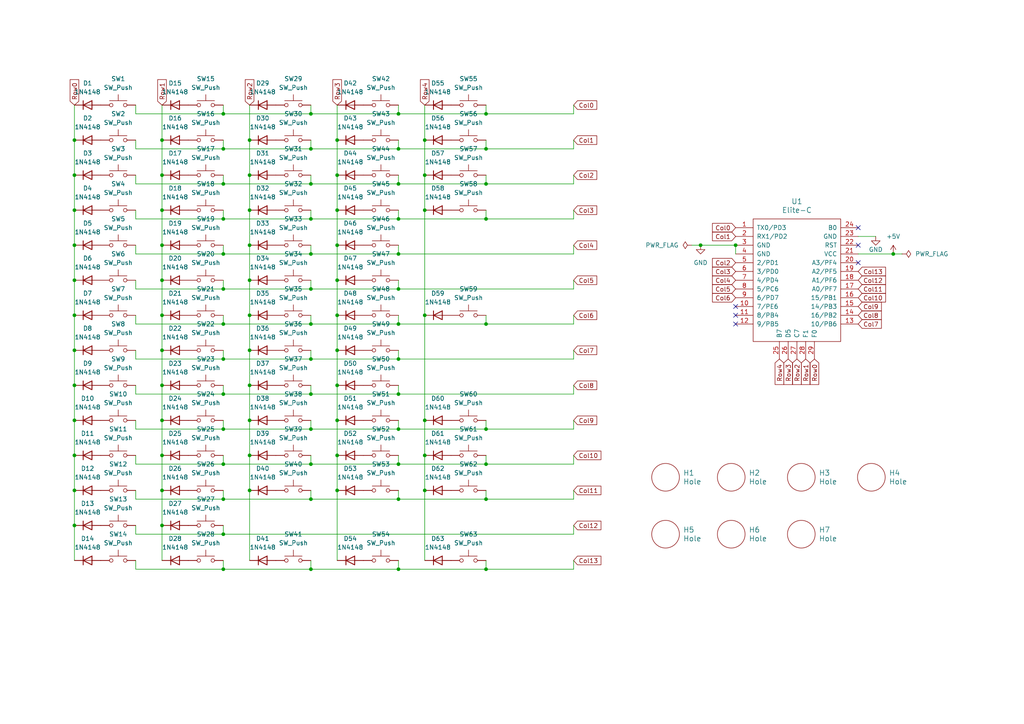
<source format=kicad_sch>
(kicad_sch (version 20231120) (generator "eeschema") (generator_version "8.0")
  (paper "A4")
  (title_block (title "Post-Mechanical 60 Percent ") (date "2025-01-10") (rev "2") (company "Quixotic Keyboards, LLC") (comment 2 "Final for the new tight case and a future minimalist case"))
  (lib_symbols
    (symbol "Diode:1N4148" (pin_numbers hide) (pin_names hide)
      (property "Reference" "D" (at 0 2.54 0))
      (property "Value" "1N4148" (at 0 -2.54 0))
      (symbol "1N4148_1_1"
        (pin passive line (at -3.81 0 0) (length 2.54) (name "K") (number "1"))
        (pin passive line (at 3.81 0 180) (length 2.54) (name "A") (number "2"))
      )
    )
    (symbol "Switch:SW_Push" (pin_numbers hide) (pin_names (offset 1.016) hide)
      (property "Reference" "SW" (at 1.27 2.54 0))
      (property "Value" "SW_Push" (at 0 -1.524 0))
      (symbol "SW_Push_0_1"
        (pin passive line (at -5.08 0 0) (length 2.54) (name "1") (number "1"))
        (pin passive line (at 5.08 0 180) (length 2.54) (name "2") (number "2"))
      )
    )
    (symbol "keebio:Elite-C" (pin_names (offset 1.016))
      (property "Reference" "U" (at 0 0 0))
      (property "Value" "Elite-C" (at 0 2.54 0))
      (symbol "Elite-C_1_1"
        (pin input line (at -17.78 13.97 0) (length 5.08) (name "TX0/PD3") (number "1"))
        (pin input line (at -17.78 -8.89 0) (length 5.08) (name "7/PE6") (number "10"))
        (pin input line (at -17.78 -11.43 0) (length 5.08) (name "8/PB4") (number "11"))
        (pin input line (at -17.78 -13.97 0) (length 5.08) (name "9/PB5") (number "12"))
        (pin input line (at 17.78 -13.97 180) (length 5.08) (name "10/PB6") (number "13"))
        (pin input line (at 17.78 -11.43 180) (length 5.08) (name "16/PB2") (number "14"))
        (pin input line (at 17.78 -8.89 180) (length 5.08) (name "14/PB3") (number "15"))
        (pin input line (at 17.78 -6.35 180) (length 5.08) (name "15/PB1") (number "16"))
        (pin input line (at 17.78 -3.81 180) (length 5.08) (name "A0/PF7") (number "17"))
        (pin input line (at 17.78 -1.27 180) (length 5.08) (name "A1/PF6") (number "18"))
        (pin input line (at 17.78 1.27 180) (length 5.08) (name "A2/PF5") (number "19"))
        (pin input line (at -17.78 11.43 0) (length 5.08) (name "RX1/PD2") (number "2"))
        (pin input line (at 17.78 3.81 180) (length 5.08) (name "A3/PF4") (number "20"))
        (pin input line (at 17.78 6.35 180) (length 5.08) (name "VCC") (number "21"))
        (pin input line (at 17.78 8.89 180) (length 5.08) (name "RST") (number "22"))
        (pin input line (at 17.78 11.43 180) (length 5.08) (name "GND") (number "23"))
        (pin input line (at 17.78 13.97 180) (length 5.08) (name "B0") (number "24"))
        (pin input line (at -5.08 -24.13 90) (length 5.08) (name "B7") (number "25"))
        (pin input line (at -2.54 -24.13 90) (length 5.08) (name "D5") (number "26"))
        (pin input line (at 0 -24.13 90) (length 5.08) (name "C7") (number "27"))
        (pin input line (at 2.54 -24.13 90) (length 5.08) (name "F1") (number "28"))
        (pin input line (at 5.08 -24.13 90) (length 5.08) (name "F0") (number "29"))
        (pin input line (at -17.78 8.89 0) (length 5.08) (name "GND") (number "3"))
        (pin input line (at -17.78 6.35 0) (length 5.08) (name "GND") (number "4"))
        (pin input line (at -17.78 3.81 0) (length 5.08) (name "2/PD1") (number "5"))
        (pin input line (at -17.78 1.27 0) (length 5.08) (name "3/PD0") (number "6"))
        (pin input line (at -17.78 -1.27 0) (length 5.08) (name "4/PD4") (number "7"))
        (pin input line (at -17.78 -3.81 0) (length 5.08) (name "5/PC6") (number "8"))
        (pin input line (at -17.78 -6.35 0) (length 5.08) (name "6/PD7") (number "9"))
      )
    )
    (symbol "keebio:Hole" (pin_names (offset 1.016))
      (property "Reference" "H" (at 0 -1.27 0))
      (property "Value" "Hole" (at 0 1.27 0))
    )
    (symbol "power:+5V" (power) (pin_numbers hide) (pin_names (offset 0) hide)
      (property "Value" "+5V" (at 0 3.556 0))
      (symbol "+5V_1_1"
        (pin power_in line (at 0 0 90) (length 0) (name "~") (number "1"))
      )
    )
    (symbol "power:GND" (power) (pin_numbers hide) (pin_names (offset 0) hide)
      (property "Value" "GND" (at 0 -3.81 0))
      (symbol "GND_1_1"
        (pin power_in line (at 0 0 270) (length 0) (name "~") (number "1"))
      )
    )
    (symbol "power:PWR_FLAG" (power) (pin_numbers hide) (pin_names (offset 0) hide)
      (property "Value" "PWR_FLAG" (at 0 3.81 0))
      (symbol "PWR_FLAG_0_0"
        (pin power_out line (at 0 0 90) (length 0) (name "~") (number "1"))
      )
    )
  )
  (junction (at 259.08 73.66))
  (junction (at 97.79 142.24))
  (junction (at 64.77 154.94))
  (junction (at 123.19 121.92))
  (junction (at 90.17 104.14))
  (junction (at 46.99 40.64))
  (junction (at 90.17 93.98))
  (junction (at 115.57 53.34))
  (junction (at 97.79 111.76))
  (junction (at 90.17 124.46))
  (junction (at 64.77 144.78))
  (junction (at 123.19 60.96))
  (junction (at 46.99 142.24))
  (junction (at 64.77 93.98))
  (junction (at 21.59 121.92))
  (junction (at 140.97 63.5))
  (junction (at 72.39 71.12))
  (junction (at 123.19 91.44))
  (junction (at 46.99 60.96))
  (junction (at 115.57 43.18))
  (junction (at 115.57 144.78))
  (junction (at 46.99 152.4))
  (junction (at 203.2 71.12))
  (junction (at 72.39 132.08))
  (junction (at 72.39 50.8))
  (junction (at 64.77 53.34))
  (junction (at 115.57 83.82))
  (junction (at 21.59 142.24))
  (junction (at 21.59 91.44))
  (junction (at 115.57 33.02))
  (junction (at 72.39 81.28))
  (junction (at 90.17 114.3))
  (junction (at 64.77 134.62))
  (junction (at 97.79 121.92))
  (junction (at 123.19 142.24))
  (junction (at 72.39 101.6))
  (junction (at 64.77 165.1))
  (junction (at 21.59 50.8))
  (junction (at 90.17 33.02))
  (junction (at 72.39 40.64))
  (junction (at 213.36 71.12))
  (junction (at 115.57 124.46))
  (junction (at 64.77 104.14))
  (junction (at 90.17 134.62))
  (junction (at 97.79 101.6))
  (junction (at 46.99 132.08))
  (junction (at 97.79 71.12))
  (junction (at 21.59 81.28))
  (junction (at 21.59 101.6))
  (junction (at 90.17 43.18))
  (junction (at 123.19 40.64))
  (junction (at 97.79 60.96))
  (junction (at 64.77 83.82))
  (junction (at 97.79 132.08))
  (junction (at 72.39 60.96))
  (junction (at 72.39 142.24))
  (junction (at 64.77 73.66))
  (junction (at 46.99 121.92))
  (junction (at 21.59 152.4))
  (junction (at 21.59 60.96))
  (junction (at 64.77 124.46))
  (junction (at 123.19 50.8))
  (junction (at 46.99 91.44))
  (junction (at 140.97 144.78))
  (junction (at 115.57 93.98))
  (junction (at 140.97 43.18))
  (junction (at 115.57 63.5))
  (junction (at 115.57 165.1))
  (junction (at 46.99 81.28))
  (junction (at 140.97 93.98))
  (junction (at 21.59 132.08))
  (junction (at 90.17 63.5))
  (junction (at 46.99 71.12))
  (junction (at 72.39 111.76))
  (junction (at 64.77 114.3))
  (junction (at 115.57 134.62))
  (junction (at 90.17 53.34))
  (junction (at 21.59 111.76))
  (junction (at 90.17 83.82))
  (junction (at 115.57 104.14))
  (junction (at 140.97 134.62))
  (junction (at 140.97 53.34))
  (junction (at 97.79 91.44))
  (junction (at 140.97 165.1))
  (junction (at 64.77 33.02))
  (junction (at 90.17 73.66))
  (junction (at 64.77 43.18))
  (junction (at 46.99 111.76))
  (junction (at 140.97 33.02))
  (junction (at 97.79 81.28))
  (junction (at 46.99 50.8))
  (junction (at 97.79 40.64))
  (junction (at 64.77 63.5))
  (junction (at 21.59 71.12))
  (junction (at 21.59 40.64))
  (junction (at 115.57 73.66))
  (junction (at 46.99 101.6))
  (junction (at 115.57 114.3))
  (junction (at 90.17 165.1))
  (junction (at 72.39 121.92))
  (junction (at 90.17 144.78))
  (junction (at 72.39 91.44))
  (junction (at 123.19 132.08))
  (junction (at 97.79 50.8))
  (junction (at 140.97 124.46))
  (no_connect (at 248.92 71.12))
  (no_connect (at 248.92 76.2))
  (no_connect (at 213.36 88.9))
  (no_connect (at 213.36 93.98))
  (no_connect (at 248.92 66.04))
  (no_connect (at 213.36 91.44))
  (wire (pts (xy 64.77 93.98) (xy 90.17 93.98)))
  (wire (pts (xy 21.59 81.28) (xy 21.59 91.44)))
  (wire (pts (xy 90.17 81.28) (xy 90.17 83.82)))
  (wire (pts (xy 39.37 73.66) (xy 64.77 73.66)))
  (wire (pts (xy 90.17 83.82) (xy 115.57 83.82)))
  (wire (pts (xy 115.57 104.14) (xy 166.37 104.14)))
  (wire (pts (xy 140.97 60.96) (xy 140.97 63.5)))
  (wire (pts (xy 90.17 91.44) (xy 90.17 93.98)))
  (wire (pts (xy 72.39 81.28) (xy 72.39 91.44)))
  (wire (pts (xy 46.99 111.76) (xy 46.99 121.92)))
  (wire (pts (xy 64.77 73.66) (xy 90.17 73.66)))
  (wire (pts (xy 140.97 33.02) (xy 166.37 33.02)))
  (wire (pts (xy 90.17 73.66) (xy 115.57 73.66)))
  (wire (pts (xy 97.79 30.48) (xy 97.79 40.64)))
  (wire (pts (xy 21.59 142.24) (xy 21.59 152.4)))
  (wire (pts (xy 39.37 154.94) (xy 64.77 154.94)))
  (wire (pts (xy 140.97 165.1) (xy 166.37 165.1)))
  (wire (pts (xy 64.77 53.34) (xy 90.17 53.34)))
  (wire (pts (xy 166.37 111.76) (xy 166.37 114.3)))
  (wire (pts (xy 39.37 53.34) (xy 64.77 53.34)))
  (wire (pts (xy 21.59 71.12) (xy 21.59 81.28)))
  (wire (pts (xy 64.77 91.44) (xy 64.77 93.98)))
  (wire (pts (xy 72.39 101.6) (xy 72.39 111.76)))
  (wire (pts (xy 21.59 101.6) (xy 21.59 111.76)))
  (wire (pts (xy 39.37 81.28) (xy 39.37 83.82)))
  (wire (pts (xy 64.77 81.28) (xy 64.77 83.82)))
  (wire (pts (xy 115.57 132.08) (xy 115.57 134.62)))
  (wire (pts (xy 39.37 165.1) (xy 64.77 165.1)))
  (wire (pts (xy 213.36 71.12) (xy 213.36 73.66)))
  (wire (pts (xy 115.57 134.62) (xy 140.97 134.62)))
  (wire (pts (xy 90.17 124.46) (xy 115.57 124.46)))
  (wire (pts (xy 166.37 162.56) (xy 166.37 165.1)))
  (wire (pts (xy 46.99 50.8) (xy 46.99 60.96)))
  (wire (pts (xy 39.37 152.4) (xy 39.37 154.94)))
  (wire (pts (xy 46.99 142.24) (xy 46.99 152.4)))
  (wire (pts (xy 72.39 111.76) (xy 72.39 121.92)))
  (wire (pts (xy 166.37 142.24) (xy 166.37 144.78)))
  (wire (pts (xy 140.97 93.98) (xy 166.37 93.98)))
  (wire (pts (xy 64.77 165.1) (xy 90.17 165.1)))
  (wire (pts (xy 46.99 81.28) (xy 46.99 91.44)))
  (wire (pts (xy 21.59 30.48) (xy 21.59 40.64)))
  (wire (pts (xy 21.59 60.96) (xy 21.59 71.12)))
  (wire (pts (xy 115.57 165.1) (xy 140.97 165.1)))
  (wire (pts (xy 39.37 40.64) (xy 39.37 43.18)))
  (wire (pts (xy 90.17 53.34) (xy 115.57 53.34)))
  (wire (pts (xy 90.17 101.6) (xy 90.17 104.14)))
  (wire (pts (xy 90.17 121.92) (xy 90.17 124.46)))
  (wire (pts (xy 64.77 63.5) (xy 90.17 63.5)))
  (wire (pts (xy 166.37 101.6) (xy 166.37 104.14)))
  (wire (pts (xy 140.97 30.48) (xy 140.97 33.02)))
  (wire (pts (xy 72.39 142.24) (xy 72.39 162.56)))
  (wire (pts (xy 90.17 104.14) (xy 115.57 104.14)))
  (wire (pts (xy 166.37 30.48) (xy 166.37 33.02)))
  (wire (pts (xy 64.77 40.64) (xy 64.77 43.18)))
  (wire (pts (xy 115.57 33.02) (xy 140.97 33.02)))
  (wire (pts (xy 46.99 60.96) (xy 46.99 71.12)))
  (wire (pts (xy 21.59 50.8) (xy 21.59 60.96)))
  (wire (pts (xy 115.57 142.24) (xy 115.57 144.78)))
  (wire (pts (xy 39.37 104.14) (xy 64.77 104.14)))
  (wire (pts (xy 140.97 53.34) (xy 166.37 53.34)))
  (wire (pts (xy 115.57 40.64) (xy 115.57 43.18)))
  (wire (pts (xy 39.37 93.98) (xy 64.77 93.98)))
  (wire (pts (xy 64.77 111.76) (xy 64.77 114.3)))
  (wire (pts (xy 46.99 40.64) (xy 46.99 50.8)))
  (wire (pts (xy 123.19 121.92) (xy 123.19 132.08)))
  (wire (pts (xy 39.37 111.76) (xy 39.37 114.3)))
  (wire (pts (xy 46.99 30.48) (xy 46.99 40.64)))
  (wire (pts (xy 97.79 132.08) (xy 97.79 142.24)))
  (wire (pts (xy 64.77 60.96) (xy 64.77 63.5)))
  (wire (pts (xy 72.39 132.08) (xy 72.39 142.24)))
  (wire (pts (xy 140.97 121.92) (xy 140.97 124.46)))
  (wire (pts (xy 115.57 91.44) (xy 115.57 93.98)))
  (wire (pts (xy 64.77 142.24) (xy 64.77 144.78)))
  (wire (pts (xy 115.57 63.5) (xy 140.97 63.5)))
  (wire (pts (xy 123.19 132.08) (xy 123.19 142.24)))
  (wire (pts (xy 248.92 73.66) (xy 259.08 73.66)))
  (wire (pts (xy 64.77 162.56) (xy 64.77 165.1)))
  (wire (pts (xy 140.97 91.44) (xy 140.97 93.98)))
  (wire (pts (xy 64.77 83.82) (xy 90.17 83.82)))
  (wire (pts (xy 123.19 40.64) (xy 123.19 50.8)))
  (wire (pts (xy 46.99 91.44) (xy 46.99 101.6)))
  (wire (pts (xy 123.19 60.96) (xy 123.19 91.44)))
  (wire (pts (xy 200.66 71.12) (xy 203.2 71.12)))
  (wire (pts (xy 90.17 30.48) (xy 90.17 33.02)))
  (wire (pts (xy 90.17 71.12) (xy 90.17 73.66)))
  (wire (pts (xy 39.37 142.24) (xy 39.37 144.78)))
  (wire (pts (xy 39.37 33.02) (xy 64.77 33.02)))
  (wire (pts (xy 166.37 71.12) (xy 166.37 73.66)))
  (wire (pts (xy 97.79 40.64) (xy 97.79 50.8)))
  (wire (pts (xy 115.57 114.3) (xy 166.37 114.3)))
  (wire (pts (xy 115.57 124.46) (xy 140.97 124.46)))
  (wire (pts (xy 90.17 43.18) (xy 115.57 43.18)))
  (wire (pts (xy 64.77 121.92) (xy 64.77 124.46)))
  (wire (pts (xy 140.97 40.64) (xy 140.97 43.18)))
  (wire (pts (xy 39.37 83.82) (xy 64.77 83.82)))
  (wire (pts (xy 123.19 30.48) (xy 123.19 40.64)))
  (wire (pts (xy 261.62 73.66) (xy 259.08 73.66)))
  (wire (pts (xy 166.37 40.64) (xy 166.37 43.18)))
  (wire (pts (xy 140.97 134.62) (xy 166.37 134.62)))
  (wire (pts (xy 21.59 40.64) (xy 21.59 50.8)))
  (wire (pts (xy 72.39 91.44) (xy 72.39 101.6)))
  (wire (pts (xy 90.17 162.56) (xy 90.17 165.1)))
  (wire (pts (xy 115.57 60.96) (xy 115.57 63.5)))
  (wire (pts (xy 39.37 124.46) (xy 64.77 124.46)))
  (wire (pts (xy 72.39 121.92) (xy 72.39 132.08)))
  (wire (pts (xy 123.19 142.24) (xy 123.19 162.56)))
  (wire (pts (xy 39.37 144.78) (xy 64.77 144.78)))
  (wire (pts (xy 39.37 101.6) (xy 39.37 104.14)))
  (wire (pts (xy 72.39 60.96) (xy 72.39 71.12)))
  (wire (pts (xy 64.77 124.46) (xy 90.17 124.46)))
  (wire (pts (xy 64.77 71.12) (xy 64.77 73.66)))
  (wire (pts (xy 90.17 142.24) (xy 90.17 144.78)))
  (wire (pts (xy 166.37 50.8) (xy 166.37 53.34)))
  (wire (pts (xy 21.59 132.08) (xy 21.59 142.24)))
  (wire (pts (xy 21.59 121.92) (xy 21.59 132.08)))
  (wire (pts (xy 115.57 83.82) (xy 166.37 83.82)))
  (wire (pts (xy 64.77 30.48) (xy 64.77 33.02)))
  (wire (pts (xy 97.79 71.12) (xy 97.79 81.28)))
  (wire (pts (xy 64.77 104.14) (xy 90.17 104.14)))
  (wire (pts (xy 64.77 101.6) (xy 64.77 104.14)))
  (wire (pts (xy 39.37 30.48) (xy 39.37 33.02)))
  (wire (pts (xy 64.77 33.02) (xy 90.17 33.02)))
  (wire (pts (xy 64.77 154.94) (xy 166.37 154.94)))
  (wire (pts (xy 39.37 162.56) (xy 39.37 165.1)))
  (wire (pts (xy 97.79 101.6) (xy 97.79 111.76)))
  (wire (pts (xy 90.17 144.78) (xy 115.57 144.78)))
  (wire (pts (xy 72.39 30.48) (xy 72.39 40.64)))
  (wire (pts (xy 115.57 50.8) (xy 115.57 53.34)))
  (wire (pts (xy 90.17 132.08) (xy 90.17 134.62)))
  (wire (pts (xy 46.99 132.08) (xy 46.99 142.24)))
  (wire (pts (xy 140.97 142.24) (xy 140.97 144.78)))
  (wire (pts (xy 64.77 152.4) (xy 64.77 154.94)))
  (wire (pts (xy 140.97 43.18) (xy 166.37 43.18)))
  (wire (pts (xy 46.99 152.4) (xy 46.99 162.56)))
  (wire (pts (xy 166.37 81.28) (xy 166.37 83.82)))
  (wire (pts (xy 64.77 43.18) (xy 90.17 43.18)))
  (wire (pts (xy 97.79 121.92) (xy 97.79 132.08)))
  (wire (pts (xy 64.77 144.78) (xy 90.17 144.78)))
  (wire (pts (xy 39.37 63.5) (xy 64.77 63.5)))
  (wire (pts (xy 39.37 114.3) (xy 64.77 114.3)))
  (wire (pts (xy 64.77 50.8) (xy 64.77 53.34)))
  (wire (pts (xy 64.77 132.08) (xy 64.77 134.62)))
  (wire (pts (xy 115.57 81.28) (xy 115.57 83.82)))
  (wire (pts (xy 166.37 91.44) (xy 166.37 93.98)))
  (wire (pts (xy 115.57 73.66) (xy 166.37 73.66)))
  (wire (pts (xy 140.97 132.08) (xy 140.97 134.62)))
  (wire (pts (xy 90.17 33.02) (xy 115.57 33.02)))
  (wire (pts (xy 72.39 40.64) (xy 72.39 50.8)))
  (wire (pts (xy 90.17 63.5) (xy 115.57 63.5)))
  (wire (pts (xy 123.19 91.44) (xy 123.19 121.92)))
  (wire (pts (xy 123.19 50.8) (xy 123.19 60.96)))
  (wire (pts (xy 97.79 81.28) (xy 97.79 91.44)))
  (wire (pts (xy 115.57 101.6) (xy 115.57 104.14)))
  (wire (pts (xy 39.37 71.12) (xy 39.37 73.66)))
  (wire (pts (xy 97.79 91.44) (xy 97.79 101.6)))
  (wire (pts (xy 39.37 134.62) (xy 64.77 134.62)))
  (wire (pts (xy 97.79 60.96) (xy 97.79 71.12)))
  (wire (pts (xy 90.17 111.76) (xy 90.17 114.3)))
  (wire (pts (xy 39.37 91.44) (xy 39.37 93.98)))
  (wire (pts (xy 115.57 53.34) (xy 140.97 53.34)))
  (wire (pts (xy 97.79 142.24) (xy 97.79 162.56)))
  (wire (pts (xy 64.77 134.62) (xy 90.17 134.62)))
  (wire (pts (xy 90.17 60.96) (xy 90.17 63.5)))
  (wire (pts (xy 115.57 111.76) (xy 115.57 114.3)))
  (wire (pts (xy 39.37 121.92) (xy 39.37 124.46)))
  (wire (pts (xy 115.57 30.48) (xy 115.57 33.02)))
  (wire (pts (xy 46.99 71.12) (xy 46.99 81.28)))
  (wire (pts (xy 115.57 144.78) (xy 140.97 144.78)))
  (wire (pts (xy 248.92 68.58) (xy 254 68.58)))
  (wire (pts (xy 166.37 121.92) (xy 166.37 124.46)))
  (wire (pts (xy 97.79 111.76) (xy 97.79 121.92)))
  (wire (pts (xy 46.99 101.6) (xy 46.99 111.76)))
  (wire (pts (xy 21.59 91.44) (xy 21.59 101.6)))
  (wire (pts (xy 90.17 50.8) (xy 90.17 53.34)))
  (wire (pts (xy 140.97 124.46) (xy 166.37 124.46)))
  (wire (pts (xy 166.37 132.08) (xy 166.37 134.62)))
  (wire (pts (xy 90.17 134.62) (xy 115.57 134.62)))
  (wire (pts (xy 46.99 121.92) (xy 46.99 132.08)))
  (wire (pts (xy 115.57 43.18) (xy 140.97 43.18)))
  (wire (pts (xy 115.57 93.98) (xy 140.97 93.98)))
  (wire (pts (xy 166.37 60.96) (xy 166.37 63.5)))
  (wire (pts (xy 166.37 152.4) (xy 166.37 154.94)))
  (wire (pts (xy 72.39 71.12) (xy 72.39 81.28)))
  (wire (pts (xy 90.17 114.3) (xy 115.57 114.3)))
  (wire (pts (xy 97.79 50.8) (xy 97.79 60.96)))
  (wire (pts (xy 90.17 40.64) (xy 90.17 43.18)))
  (wire (pts (xy 64.77 114.3) (xy 90.17 114.3)))
  (wire (pts (xy 39.37 132.08) (xy 39.37 134.62)))
  (wire (pts (xy 90.17 93.98) (xy 115.57 93.98)))
  (wire (pts (xy 115.57 71.12) (xy 115.57 73.66)))
  (wire (pts (xy 21.59 111.76) (xy 21.59 121.92)))
  (wire (pts (xy 115.57 121.92) (xy 115.57 124.46)))
  (wire (pts (xy 72.39 50.8) (xy 72.39 60.96)))
  (wire (pts (xy 39.37 43.18) (xy 64.77 43.18)))
  (wire (pts (xy 115.57 162.56) (xy 115.57 165.1)))
  (wire (pts (xy 90.17 165.1) (xy 115.57 165.1)))
  (wire (pts (xy 39.37 50.8) (xy 39.37 53.34)))
  (wire (pts (xy 140.97 162.56) (xy 140.97 165.1)))
  (wire (pts (xy 140.97 63.5) (xy 166.37 63.5)))
  (wire (pts (xy 39.37 60.96) (xy 39.37 63.5)))
  (wire (pts (xy 140.97 144.78) (xy 166.37 144.78)))
  (wire (pts (xy 140.97 50.8) (xy 140.97 53.34)))
  (wire (pts (xy 21.59 152.4) (xy 21.59 162.56)))
  (wire (pts (xy 203.2 71.12) (xy 213.36 71.12)))
  (global_label "Row0" (shape input) (at 21.59 30.48 90) (property "Intersheetrefs" "${INTERSHEET_REFS}" (effects (hide yes))))
  (global_label "Col3" (shape input) (at 213.36 78.74 180) (property "Intersheetrefs" "${INTERSHEET_REFS}" (effects (hide yes))))
  (global_label "Col7" (shape input) (at 166.37 101.6 0) (property "Intersheetrefs" "${INTERSHEET_REFS}" (effects (hide yes))))
  (global_label "Col12" (shape input) (at 248.92 81.28 0) (property "Intersheetrefs" "${INTERSHEET_REFS}" (effects (hide yes))))
  (global_label "Row4" (shape input) (at 123.19 30.48 90) (property "Intersheetrefs" "${INTERSHEET_REFS}" (effects (hide yes))))
  (global_label "Col12" (shape input) (at 166.37 152.4 0) (property "Intersheetrefs" "${INTERSHEET_REFS}" (effects (hide yes))))
  (global_label "Row3" (shape input) (at 97.79 30.48 90) (property "Intersheetrefs" "${INTERSHEET_REFS}" (effects (hide yes))))
  (global_label "Col4" (shape input) (at 166.37 71.12 0) (property "Intersheetrefs" "${INTERSHEET_REFS}" (effects (hide yes))))
  (global_label "Col9" (shape input) (at 166.37 121.92 0) (property "Intersheetrefs" "${INTERSHEET_REFS}" (effects (hide yes))))
  (global_label "Row2" (shape input) (at 231.14 104.14 270) (property "Intersheetrefs" "${INTERSHEET_REFS}" (effects (hide yes))))
  (global_label "Col4" (shape input) (at 213.36 81.28 180) (property "Intersheetrefs" "${INTERSHEET_REFS}" (effects (hide yes))))
  (global_label "Row4" (shape input) (at 226.06 104.14 270) (property "Intersheetrefs" "${INTERSHEET_REFS}" (effects (hide yes))))
  (global_label "Col3" (shape input) (at 166.37 60.96 0) (property "Intersheetrefs" "${INTERSHEET_REFS}" (effects (hide yes))))
  (global_label "Col1" (shape input) (at 166.37 40.64 0) (property "Intersheetrefs" "${INTERSHEET_REFS}" (effects (hide yes))))
  (global_label "Col2" (shape input) (at 213.36 76.2 180) (property "Intersheetrefs" "${INTERSHEET_REFS}" (effects (hide yes))))
  (global_label "Col10" (shape input) (at 166.37 132.08 0) (property "Intersheetrefs" "${INTERSHEET_REFS}" (effects (hide yes))))
  (global_label "Row0" (shape input) (at 236.22 104.14 270) (property "Intersheetrefs" "${INTERSHEET_REFS}" (effects (hide yes))))
  (global_label "Col5" (shape input) (at 213.36 83.82 180) (property "Intersheetrefs" "${INTERSHEET_REFS}" (effects (hide yes))))
  (global_label "Col0" (shape input) (at 166.37 30.48 0) (property "Intersheetrefs" "${INTERSHEET_REFS}" (effects (hide yes))))
  (global_label "Col0" (shape input) (at 213.36 66.04 180) (property "Intersheetrefs" "${INTERSHEET_REFS}" (effects (hide yes))))
  (global_label "Col1" (shape input) (at 213.36 68.58 180) (property "Intersheetrefs" "${INTERSHEET_REFS}" (effects (hide yes))))
  (global_label "Row1" (shape input) (at 46.99 30.48 90) (property "Intersheetrefs" "${INTERSHEET_REFS}" (effects (hide yes))))
  (global_label "Col5" (shape input) (at 166.37 81.28 0) (property "Intersheetrefs" "${INTERSHEET_REFS}" (effects (hide yes))))
  (global_label "Row2" (shape input) (at 72.39 30.48 90) (property "Intersheetrefs" "${INTERSHEET_REFS}" (effects (hide yes))))
  (global_label "Col8" (shape input) (at 248.92 91.44 0) (property "Intersheetrefs" "${INTERSHEET_REFS}" (effects (hide yes))))
  (global_label "Col11" (shape input) (at 248.92 83.82 0) (property "Intersheetrefs" "${INTERSHEET_REFS}" (effects (hide yes))))
  (global_label "Row1" (shape input) (at 233.68 104.14 270) (property "Intersheetrefs" "${INTERSHEET_REFS}" (effects (hide yes))))
  (global_label "Col10" (shape input) (at 248.92 86.36 0) (property "Intersheetrefs" "${INTERSHEET_REFS}" (effects (hide yes))))
  (global_label "Col9" (shape input) (at 248.92 88.9 0) (property "Intersheetrefs" "${INTERSHEET_REFS}" (effects (hide yes))))
  (global_label "Col11" (shape input) (at 166.37 142.24 0) (property "Intersheetrefs" "${INTERSHEET_REFS}" (effects (hide yes))))
  (global_label "Col13" (shape input) (at 248.92 78.74 0) (property "Intersheetrefs" "${INTERSHEET_REFS}" (effects (hide yes))))
  (global_label "Row3" (shape input) (at 228.6 104.14 270) (property "Intersheetrefs" "${INTERSHEET_REFS}" (effects (hide yes))))
  (global_label "Col8" (shape input) (at 166.37 111.76 0) (property "Intersheetrefs" "${INTERSHEET_REFS}" (effects (hide yes))))
  (global_label "Col6" (shape input) (at 166.37 91.44 0) (property "Intersheetrefs" "${INTERSHEET_REFS}" (effects (hide yes))))
  (global_label "Col6" (shape input) (at 213.36 86.36 180) (property "Intersheetrefs" "${INTERSHEET_REFS}" (effects (hide yes))))
  (global_label "Col7" (shape input) (at 248.92 93.98 0) (property "Intersheetrefs" "${INTERSHEET_REFS}" (effects (hide yes))))
  (global_label "Col13" (shape input) (at 166.37 162.56 0) (property "Intersheetrefs" "${INTERSHEET_REFS}" (effects (hide yes))))
  (global_label "Col2" (shape input) (at 166.37 50.8 0) (property "Intersheetrefs" "${INTERSHEET_REFS}" (effects (hide yes))))
  (symbol (lib_id "Switch:SW_Push") (at 59.69 40.64 0) (unit 1)
    (property "Reference" "SW16" (at 59.69 33.02 0))
    (property "Value" "SW_Push" (at 59.69 35.56 0))
    (property "Footprint" "Button_Switch_Keyboard:SW_Cherry_MX_1.00u_PCB" (effects (hide yes)))
    (property "Description" "Push button switch, generic, two pins" (effects (hide yes)))
  )
  (symbol (lib_id "Switch:SW_Push") (at 85.09 50.8 0) (unit 1)
    (property "Reference" "SW31" (at 85.09 43.18 0))
    (property "Value" "SW_Push" (at 85.09 45.72 0))
    (property "Footprint" "Button_Switch_Keyboard:SW_Cherry_MX_1.00u_PCB" (effects (hide yes)))
    (property "Description" "Push button switch, generic, two pins" (effects (hide yes)))
  )
  (symbol (lib_id "Diode:1N4148") (at 76.2 60.96 0) (unit 1)
    (property "Reference" "D32" (at 76.2 54.61 0))
    (property "Value" "1N4148" (at 76.2 57.15 0))
    (property "Footprint" "Diode_THT:D_DO-35_SOD27_P7.62mm_Horizontal" (effects (hide yes)))
    (property "Datasheet" "https://assets.nexperia.com/documents/data-sheet/1N4148_1N4448.pdf" (effects (hide yes)))
    (property "Description" "100V 0.15A standard switching diode, DO-35" (effects (hide yes)))
    (property "Sim.Device" "D" (effects (hide yes)))
    (property "Sim.Pins" "1=K 2=A" (effects (hide yes)))
  )
  (symbol (lib_id "Diode:1N4148") (at 101.6 30.48 0) (unit 1)
    (property "Reference" "D42" (at 101.6 24.13 0))
    (property "Value" "1N4148" (at 101.6 26.67 0))
    (property "Footprint" "Diode_THT:D_DO-35_SOD27_P7.62mm_Horizontal" (effects (hide yes)))
    (property "Datasheet" "https://assets.nexperia.com/documents/data-sheet/1N4148_1N4448.pdf" (effects (hide yes)))
    (property "Description" "100V 0.15A standard switching diode, DO-35" (effects (hide yes)))
    (property "Sim.Device" "D" (effects (hide yes)))
    (property "Sim.Pins" "1=K 2=A" (effects (hide yes)))
  )
  (symbol (lib_id "Diode:1N4148") (at 50.8 111.76 0) (unit 1)
    (property "Reference" "D23" (at 50.8 105.41 0))
    (property "Value" "1N4148" (at 50.8 107.95 0))
    (property "Footprint" "Diode_THT:D_DO-35_SOD27_P7.62mm_Horizontal" (effects (hide yes)))
    (property "Datasheet" "https://assets.nexperia.com/documents/data-sheet/1N4148_1N4448.pdf" (effects (hide yes)))
    (property "Description" "100V 0.15A standard switching diode, DO-35" (effects (hide yes)))
    (property "Sim.Device" "D" (effects (hide yes)))
    (property "Sim.Pins" "1=K 2=A" (effects (hide yes)))
  )
  (symbol (lib_id "Switch:SW_Push") (at 110.49 111.76 0) (unit 1)
    (property "Reference" "SW50" (at 110.49 104.14 0))
    (property "Value" "SW_Push" (at 110.49 106.68 0))
    (property "Footprint" "Button_Switch_Keyboard:SW_Cherry_MX_1.00u_PCB" (effects (hide yes)))
    (property "Description" "Push button switch, generic, two pins" (effects (hide yes)))
  )
  (symbol (lib_id "power:GND") (at 203.2 71.12 0) (unit 1)
    (property "Reference" "#PWR01" (effects (hide yes)))
    (property "Value" "GND" (at 203.2 76.2 0))
    (property "Description" "Power symbol creates a global label with name \"GND\" , ground" (effects (hide yes)))
  )
  (symbol (lib_id "Diode:1N4148") (at 50.8 50.8 0) (unit 1)
    (property "Reference" "D17" (at 50.8 44.45 0))
    (property "Value" "1N4148" (at 50.8 46.99 0))
    (property "Footprint" "Diode_THT:D_DO-35_SOD27_P7.62mm_Horizontal" (effects (hide yes)))
    (property "Datasheet" "https://assets.nexperia.com/documents/data-sheet/1N4148_1N4448.pdf" (effects (hide yes)))
    (property "Description" "100V 0.15A standard switching diode, DO-35" (effects (hide yes)))
    (property "Sim.Device" "D" (effects (hide yes)))
    (property "Sim.Pins" "1=K 2=A" (effects (hide yes)))
  )
  (symbol (lib_id "Switch:SW_Push") (at 110.49 91.44 0) (unit 1)
    (property "Reference" "SW48" (at 110.49 83.82 0))
    (property "Value" "SW_Push" (at 110.49 86.36 0))
    (property "Footprint" "Dholydai_MX:SW_Ch_Inv_MX_2.00u_PCB" (effects (hide yes)))
    (property "Description" "Push button switch, generic, two pins" (effects (hide yes)))
  )
  (symbol (lib_id "Diode:1N4148") (at 50.8 121.92 0) (unit 1)
    (property "Reference" "D24" (at 50.8 115.57 0))
    (property "Value" "1N4148" (at 50.8 118.11 0))
    (property "Footprint" "Diode_THT:D_DO-35_SOD27_P7.62mm_Horizontal" (effects (hide yes)))
    (property "Datasheet" "https://assets.nexperia.com/documents/data-sheet/1N4148_1N4448.pdf" (effects (hide yes)))
    (property "Description" "100V 0.15A standard switching diode, DO-35" (effects (hide yes)))
    (property "Sim.Device" "D" (effects (hide yes)))
    (property "Sim.Pins" "1=K 2=A" (effects (hide yes)))
  )
  (symbol (lib_id "Diode:1N4148") (at 76.2 50.8 0) (unit 1)
    (property "Reference" "D31" (at 76.2 44.45 0))
    (property "Value" "1N4148" (at 76.2 46.99 0))
    (property "Footprint" "Diode_THT:D_DO-35_SOD27_P7.62mm_Horizontal" (effects (hide yes)))
    (property "Datasheet" "https://assets.nexperia.com/documents/data-sheet/1N4148_1N4448.pdf" (effects (hide yes)))
    (property "Description" "100V 0.15A standard switching diode, DO-35" (effects (hide yes)))
    (property "Sim.Device" "D" (effects (hide yes)))
    (property "Sim.Pins" "1=K 2=A" (effects (hide yes)))
  )
  (symbol (lib_id "Switch:SW_Push") (at 34.29 152.4 0) (unit 1)
    (property "Reference" "SW13" (at 34.29 144.78 0))
    (property "Value" "SW_Push" (at 34.29 147.32 0))
    (property "Footprint" "Button_Switch_Keyboard:SW_Cherry_MX_1.00u_PCB" (effects (hide yes)))
    (property "Description" "Push button switch, generic, two pins" (effects (hide yes)))
  )
  (symbol (lib_id "Switch:SW_Push") (at 110.49 162.56 0) (unit 1)
    (property "Reference" "SW54" (at 110.49 154.94 0))
    (property "Value" "SW_Push" (at 110.49 157.48 0))
    (property "Footprint" "Button_Switch_Keyboard:SW_Cherry_MX_1.50u_PCB" (effects (hide yes)))
    (property "Description" "Push button switch, generic, two pins" (effects (hide yes)))
  )
  (symbol (lib_id "Switch:SW_Push") (at 34.29 50.8 0) (unit 1)
    (property "Reference" "SW3" (at 34.29 43.18 0))
    (property "Value" "SW_Push" (at 34.29 45.72 0))
    (property "Footprint" "Button_Switch_Keyboard:SW_Cherry_MX_1.00u_PCB" (effects (hide yes)))
    (property "Description" "Push button switch, generic, two pins" (effects (hide yes)))
  )
  (symbol (lib_id "Switch:SW_Push") (at 85.09 111.76 0) (unit 1)
    (property "Reference" "SW37" (at 85.09 104.14 0))
    (property "Value" "SW_Push" (at 85.09 106.68 0))
    (property "Footprint" "Button_Switch_Keyboard:SW_Cherry_MX_1.00u_PCB" (effects (hide yes)))
    (property "Description" "Push button switch, generic, two pins" (effects (hide yes)))
  )
  (symbol (lib_id "Switch:SW_Push") (at 85.09 40.64 0) (unit 1)
    (property "Reference" "SW30" (at 85.09 33.02 0))
    (property "Value" "SW_Push" (at 85.09 35.56 0))
    (property "Footprint" "Button_Switch_Keyboard:SW_Cherry_MX_1.00u_PCB" (effects (hide yes)))
    (property "Description" "Push button switch, generic, two pins" (effects (hide yes)))
  )
  (symbol (lib_id "Diode:1N4148") (at 25.4 40.64 0) (unit 1)
    (property "Reference" "D2" (at 25.4 34.29 0))
    (property "Value" "1N4148" (at 25.4 36.83 0))
    (property "Footprint" "Diode_THT:D_DO-35_SOD27_P7.62mm_Horizontal" (effects (hide yes)))
    (property "Datasheet" "https://assets.nexperia.com/documents/data-sheet/1N4148_1N4448.pdf" (effects (hide yes)))
    (property "Description" "100V 0.15A standard switching diode, DO-35" (effects (hide yes)))
    (property "Sim.Device" "D" (effects (hide yes)))
    (property "Sim.Pins" "1=K 2=A" (effects (hide yes)))
  )
  (symbol (lib_id "Switch:SW_Push") (at 135.89 30.48 0) (unit 1)
    (property "Reference" "SW55" (at 135.89 22.86 0))
    (property "Value" "SW_Push" (at 135.89 25.4 0))
    (property "Footprint" "Button_Switch_Keyboard:SW_Cherry_MX_1.25u_PCB" (effects (hide yes)))
    (property "Description" "Push button switch, generic, two pins" (effects (hide yes)))
  )
  (symbol (lib_id "Diode:1N4148") (at 50.8 91.44 0) (unit 1)
    (property "Reference" "D21" (at 50.8 85.09 0))
    (property "Value" "1N4148" (at 50.8 87.63 0))
    (property "Footprint" "Diode_THT:D_DO-35_SOD27_P7.62mm_Horizontal" (effects (hide yes)))
    (property "Datasheet" "https://assets.nexperia.com/documents/data-sheet/1N4148_1N4448.pdf" (effects (hide yes)))
    (property "Description" "100V 0.15A standard switching diode, DO-35" (effects (hide yes)))
    (property "Sim.Device" "D" (effects (hide yes)))
    (property "Sim.Pins" "1=K 2=A" (effects (hide yes)))
  )
  (symbol (lib_id "Switch:SW_Push") (at 135.89 91.44 0) (unit 1)
    (property "Reference" "SW59" (at 135.89 83.82 0))
    (property "Value" "SW_Push" (at 135.89 86.36 0))
    (property "Footprint" "Dholydai_MX:SW_Ch_Inv_MX_6.00u_PCB_Stagger" (effects (hide yes)))
    (property "Description" "Push button switch, generic, two pins" (effects (hide yes)))
  )
  (symbol (lib_id "keebio:Elite-C") (at 231.14 80.01 0) (unit 1)
    (property "Reference" "U1" (at 231.14 58.42 0) (effects (font (size 1.524 1.524))))
    (property "Value" "Elite-C" (at 231.14 60.96 0) (effects (font (size 1.524 1.524))))
    (property "Footprint" "Keebio-Parts:Elite-C" (effects (hide yes)))
  )
  (symbol (lib_id "Switch:SW_Push") (at 110.49 101.6 0) (unit 1)
    (property "Reference" "SW49" (at 110.49 93.98 0))
    (property "Value" "SW_Push" (at 110.49 96.52 0))
    (property "Footprint" "Button_Switch_Keyboard:SW_Cherry_MX_1.00u_PCB" (effects (hide yes)))
    (property "Description" "Push button switch, generic, two pins" (effects (hide yes)))
  )
  (symbol (lib_id "Diode:1N4148") (at 76.2 71.12 0) (unit 1)
    (property "Reference" "D33" (at 76.2 64.77 0))
    (property "Value" "1N4148" (at 76.2 67.31 0))
    (property "Footprint" "Diode_THT:D_DO-35_SOD27_P7.62mm_Horizontal" (effects (hide yes)))
    (property "Datasheet" "https://assets.nexperia.com/documents/data-sheet/1N4148_1N4448.pdf" (effects (hide yes)))
    (property "Description" "100V 0.15A standard switching diode, DO-35" (effects (hide yes)))
    (property "Sim.Device" "D" (effects (hide yes)))
    (property "Sim.Pins" "1=K 2=A" (effects (hide yes)))
  )
  (symbol (lib_id "Diode:1N4148") (at 127 50.8 0) (unit 1)
    (property "Reference" "D57" (at 127 44.45 0))
    (property "Value" "1N4148" (at 127 46.99 0))
    (property "Footprint" "Diode_THT:D_DO-35_SOD27_P7.62mm_Horizontal" (effects (hide yes)))
    (property "Datasheet" "https://assets.nexperia.com/documents/data-sheet/1N4148_1N4448.pdf" (effects (hide yes)))
    (property "Description" "100V 0.15A standard switching diode, DO-35" (effects (hide yes)))
    (property "Sim.Device" "D" (effects (hide yes)))
    (property "Sim.Pins" "1=K 2=A" (effects (hide yes)))
  )
  (symbol (lib_id "Switch:SW_Push") (at 34.29 142.24 0) (unit 1)
    (property "Reference" "SW12" (at 34.29 134.62 0))
    (property "Value" "SW_Push" (at 34.29 137.16 0))
    (property "Footprint" "Button_Switch_Keyboard:SW_Cherry_MX_1.00u_PCB" (effects (hide yes)))
    (property "Description" "Push button switch, generic, two pins" (effects (hide yes)))
  )
  (symbol (lib_id "Diode:1N4148") (at 101.6 142.24 0) (unit 1)
    (property "Reference" "D53" (at 101.6 135.89 0))
    (property "Value" "1N4148" (at 101.6 138.43 0))
    (property "Footprint" "Diode_THT:D_DO-35_SOD27_P7.62mm_Horizontal" (effects (hide yes)))
    (property "Datasheet" "https://assets.nexperia.com/documents/data-sheet/1N4148_1N4448.pdf" (effects (hide yes)))
    (property "Description" "100V 0.15A standard switching diode, DO-35" (effects (hide yes)))
    (property "Sim.Device" "D" (effects (hide yes)))
    (property "Sim.Pins" "1=K 2=A" (effects (hide yes)))
  )
  (symbol (lib_id "Switch:SW_Push") (at 85.09 162.56 0) (unit 1)
    (property "Reference" "SW41" (at 85.09 154.94 0))
    (property "Value" "SW_Push" (at 85.09 157.48 0))
    (property "Footprint" "Dholydai_MX:SW_Cherry_MX_1.8333u_PCB" (effects (hide yes)))
    (property "Description" "Push button switch, generic, two pins" (effects (hide yes)))
  )
  (symbol (lib_id "Diode:1N4148") (at 50.8 81.28 0) (unit 1)
    (property "Reference" "D20" (at 50.8 74.93 0))
    (property "Value" "1N4148" (at 50.8 77.47 0))
    (property "Footprint" "Diode_THT:D_DO-35_SOD27_P7.62mm_Horizontal" (effects (hide yes)))
    (property "Datasheet" "https://assets.nexperia.com/documents/data-sheet/1N4148_1N4448.pdf" (effects (hide yes)))
    (property "Description" "100V 0.15A standard switching diode, DO-35" (effects (hide yes)))
    (property "Sim.Device" "D" (effects (hide yes)))
    (property "Sim.Pins" "1=K 2=A" (effects (hide yes)))
  )
  (symbol (lib_id "Diode:1N4148") (at 101.6 91.44 0) (unit 1)
    (property "Reference" "D48" (at 101.6 85.09 0))
    (property "Value" "1N4148" (at 101.6 87.63 0))
    (property "Footprint" "Diode_THT:D_DO-35_SOD27_P7.62mm_Horizontal" (effects (hide yes)))
    (property "Datasheet" "https://assets.nexperia.com/documents/data-sheet/1N4148_1N4448.pdf" (effects (hide yes)))
    (property "Description" "100V 0.15A standard switching diode, DO-35" (effects (hide yes)))
    (property "Sim.Device" "D" (effects (hide yes)))
    (property "Sim.Pins" "1=K 2=A" (effects (hide yes)))
  )
  (symbol (lib_id "Diode:1N4148") (at 127 162.56 0) (unit 1)
    (property "Reference" "D63" (at 127 156.21 0))
    (property "Value" "1N4148" (at 127 158.75 0))
    (property "Footprint" "Diode_THT:D_DO-35_SOD27_P7.62mm_Horizontal" (effects (hide yes)))
    (property "Datasheet" "https://assets.nexperia.com/documents/data-sheet/1N4148_1N4448.pdf" (effects (hide yes)))
    (property "Description" "100V 0.15A standard switching diode, DO-35" (effects (hide yes)))
    (property "Sim.Device" "D" (effects (hide yes)))
    (property "Sim.Pins" "1=K 2=A" (effects (hide yes)))
  )
  (symbol (lib_id "Switch:SW_Push") (at 34.29 132.08 0) (unit 1)
    (property "Reference" "SW11" (at 34.29 124.46 0))
    (property "Value" "SW_Push" (at 34.29 127 0))
    (property "Footprint" "Button_Switch_Keyboard:SW_Cherry_MX_1.00u_PCB" (effects (hide yes)))
    (property "Description" "Push button switch, generic, two pins" (effects (hide yes)))
  )
  (symbol (lib_id "Diode:1N4148") (at 25.4 71.12 0) (unit 1)
    (property "Reference" "D5" (at 25.4 64.77 0))
    (property "Value" "1N4148" (at 25.4 67.31 0))
    (property "Footprint" "Diode_THT:D_DO-35_SOD27_P7.62mm_Horizontal" (effects (hide yes)))
    (property "Datasheet" "https://assets.nexperia.com/documents/data-sheet/1N4148_1N4448.pdf" (effects (hide yes)))
    (property "Description" "100V 0.15A standard switching diode, DO-35" (effects (hide yes)))
    (property "Sim.Device" "D" (effects (hide yes)))
    (property "Sim.Pins" "1=K 2=A" (effects (hide yes)))
  )
  (symbol (lib_id "Diode:1N4148") (at 76.2 132.08 0) (unit 1)
    (property "Reference" "D39" (at 76.2 125.73 0))
    (property "Value" "1N4148" (at 76.2 128.27 0))
    (property "Footprint" "Diode_THT:D_DO-35_SOD27_P7.62mm_Horizontal" (effects (hide yes)))
    (property "Datasheet" "https://assets.nexperia.com/documents/data-sheet/1N4148_1N4448.pdf" (effects (hide yes)))
    (property "Description" "100V 0.15A standard switching diode, DO-35" (effects (hide yes)))
    (property "Sim.Device" "D" (effects (hide yes)))
    (property "Sim.Pins" "1=K 2=A" (effects (hide yes)))
  )
  (symbol (lib_id "keebio:Hole") (at 212.09 138.43 0) (unit 1)
    (property "Reference" "H2" (at 217.17 137.1599 0) (effects (font (size 1.524 1.524)) (justify left)))
    (property "Value" "Hole" (at 217.17 139.6999 0) (effects (font (size 1.524 1.524)) (justify left)))
    (property "Footprint" "MountingHole:MountingHole_3.2mm_M3_Pad" (effects (hide yes)))
  )
  (symbol (lib_id "Switch:SW_Push") (at 59.69 121.92 0) (unit 1)
    (property "Reference" "SW24" (at 59.69 114.3 0))
    (property "Value" "SW_Push" (at 59.69 116.84 0))
    (property "Footprint" "Button_Switch_Keyboard:SW_Cherry_MX_1.00u_PCB" (effects (hide yes)))
    (property "Description" "Push button switch, generic, two pins" (effects (hide yes)))
  )
  (symbol (lib_id "Switch:SW_Push") (at 34.29 91.44 0) (unit 1)
    (property "Reference" "SW7" (at 34.29 83.82 0))
    (property "Value" "SW_Push" (at 34.29 86.36 0))
    (property "Footprint" "Button_Switch_Keyboard:SW_Cherry_MX_1.00u_PCB" (effects (hide yes)))
    (property "Description" "Push button switch, generic, two pins" (effects (hide yes)))
  )
  (symbol (lib_id "Switch:SW_Push") (at 59.69 81.28 0) (unit 1)
    (property "Reference" "SW20" (at 59.69 73.66 0))
    (property "Value" "SW_Push" (at 59.69 76.2 0))
    (property "Footprint" "Button_Switch_Keyboard:SW_Cherry_MX_1.00u_PCB" (effects (hide yes)))
    (property "Description" "Push button switch, generic, two pins" (effects (hide yes)))
  )
  (symbol (lib_id "Switch:SW_Push") (at 135.89 142.24 0) (unit 1)
    (property "Reference" "SW62" (at 135.89 134.62 0))
    (property "Value" "SW_Push" (at 135.89 137.16 0))
    (property "Footprint" "Button_Switch_Keyboard:SW_Cherry_MX_1.00u_PCB" (effects (hide yes)))
    (property "Description" "Push button switch, generic, two pins" (effects (hide yes)))
  )
  (symbol (lib_id "power:PWR_FLAG") (at 261.62 73.66 270) (unit 1)
    (property "Reference" "#FLG02" (effects (hide yes)))
    (property "Value" "PWR_FLAG" (at 265.43 73.6599 90) (effects (justify left)))
    (property "Description" "Special symbol for telling ERC where power comes from" (effects (hide yes)))
  )
  (symbol (lib_id "Switch:SW_Push") (at 110.49 60.96 0) (unit 1)
    (property "Reference" "SW45" (at 110.49 53.34 0))
    (property "Value" "SW_Push" (at 110.49 55.88 0))
    (property "Footprint" "Button_Switch_Keyboard:SW_Cherry_MX_1.00u_PCB" (effects (hide yes)))
    (property "Description" "Push button switch, generic, two pins" (effects (hide yes)))
  )
  (symbol (lib_id "Diode:1N4148") (at 101.6 121.92 0) (unit 1)
    (property "Reference" "D51" (at 101.6 115.57 0))
    (property "Value" "1N4148" (at 101.6 118.11 0))
    (property "Footprint" "Diode_THT:D_DO-35_SOD27_P7.62mm_Horizontal" (effects (hide yes)))
    (property "Datasheet" "https://assets.nexperia.com/documents/data-sheet/1N4148_1N4448.pdf" (effects (hide yes)))
    (property "Description" "100V 0.15A standard switching diode, DO-35" (effects (hide yes)))
    (property "Sim.Device" "D" (effects (hide yes)))
    (property "Sim.Pins" "1=K 2=A" (effects (hide yes)))
  )
  (symbol (lib_id "Diode:1N4148") (at 101.6 162.56 0) (unit 1)
    (property "Reference" "D54" (at 101.6 156.21 0))
    (property "Value" "1N4148" (at 101.6 158.75 0))
    (property "Footprint" "Diode_THT:D_DO-35_SOD27_P7.62mm_Horizontal" (effects (hide yes)))
    (property "Datasheet" "https://assets.nexperia.com/documents/data-sheet/1N4148_1N4448.pdf" (effects (hide yes)))
    (property "Description" "100V 0.15A standard switching diode, DO-35" (effects (hide yes)))
    (property "Sim.Device" "D" (effects (hide yes)))
    (property "Sim.Pins" "1=K 2=A" (effects (hide yes)))
  )
  (symbol (lib_id "Diode:1N4148") (at 127 30.48 0) (unit 1)
    (property "Reference" "D55" (at 127 24.13 0))
    (property "Value" "1N4148" (at 127 26.67 0))
    (property "Footprint" "Diode_THT:D_DO-35_SOD27_P7.62mm_Horizontal" (effects (hide yes)))
    (property "Datasheet" "https://assets.nexperia.com/documents/data-sheet/1N4148_1N4448.pdf" (effects (hide yes)))
    (property "Description" "100V 0.15A standard switching diode, DO-35" (effects (hide yes)))
    (property "Sim.Device" "D" (effects (hide yes)))
    (property "Sim.Pins" "1=K 2=A" (effects (hide yes)))
  )
  (symbol (lib_id "Switch:SW_Push") (at 135.89 132.08 0) (unit 1)
    (property "Reference" "SW61" (at 135.89 124.46 0))
    (property "Value" "SW_Push" (at 135.89 127 0))
    (property "Footprint" "Button_Switch_Keyboard:SW_Cherry_MX_1.00u_PCB" (effects (hide yes)))
    (property "Description" "Push button switch, generic, two pins" (effects (hide yes)))
  )
  (symbol (lib_id "Switch:SW_Push") (at 85.09 142.24 0) (unit 1)
    (property "Reference" "SW40" (at 85.09 134.62 0))
    (property "Value" "SW_Push" (at 85.09 137.16 0))
    (property "Footprint" "Button_Switch_Keyboard:SW_Cherry_MX_1.00u_PCB" (effects (hide yes)))
    (property "Description" "Push button switch, generic, two pins" (effects (hide yes)))
  )
  (symbol (lib_id "Switch:SW_Push") (at 59.69 30.48 0) (unit 1)
    (property "Reference" "SW15" (at 59.69 22.86 0))
    (property "Value" "SW_Push" (at 59.69 25.4 0))
    (property "Footprint" "Dholydai_MX:SW_Cherry_MX_1.1666u_PCB" (effects (hide yes)))
    (property "Description" "Push button switch, generic, two pins" (effects (hide yes)))
  )
  (symbol (lib_id "Switch:SW_Push") (at 110.49 132.08 0) (unit 1)
    (property "Reference" "SW52" (at 110.49 124.46 0))
    (property "Value" "SW_Push" (at 110.49 127 0))
    (property "Footprint" "Button_Switch_Keyboard:SW_Cherry_MX_1.00u_PCB" (effects (hide yes)))
    (property "Description" "Push button switch, generic, two pins" (effects (hide yes)))
  )
  (symbol (lib_id "Switch:SW_Push") (at 85.09 132.08 0) (unit 1)
    (property "Reference" "SW39" (at 85.09 124.46 0))
    (property "Value" "SW_Push" (at 85.09 127 0))
    (property "Footprint" "Button_Switch_Keyboard:SW_Cherry_MX_1.00u_PCB" (effects (hide yes)))
    (property "Description" "Push button switch, generic, two pins" (effects (hide yes)))
  )
  (symbol (lib_id "Diode:1N4148") (at 101.6 81.28 0) (unit 1)
    (property "Reference" "D47" (at 101.6 74.93 0))
    (property "Value" "1N4148" (at 101.6 77.47 0))
    (property "Footprint" "Diode_THT:D_DO-35_SOD27_P7.62mm_Horizontal" (effects (hide yes)))
    (property "Datasheet" "https://assets.nexperia.com/documents/data-sheet/1N4148_1N4448.pdf" (effects (hide yes)))
    (property "Description" "100V 0.15A standard switching diode, DO-35" (effects (hide yes)))
    (property "Sim.Device" "D" (effects (hide yes)))
    (property "Sim.Pins" "1=K 2=A" (effects (hide yes)))
  )
  (symbol (lib_id "Switch:SW_Push") (at 110.49 142.24 0) (unit 1)
    (property "Reference" "SW53" (at 110.49 134.62 0))
    (property "Value" "SW_Push" (at 110.49 137.16 0))
    (property "Footprint" "Button_Switch_Keyboard:SW_Cherry_MX_1.00u_PCB" (effects (hide yes)))
    (property "Description" "Push button switch, generic, two pins" (effects (hide yes)))
  )
  (symbol (lib_id "Switch:SW_Push") (at 59.69 142.24 0) (unit 1)
    (property "Reference" "SW26" (at 59.69 134.62 0))
    (property "Value" "SW_Push" (at 59.69 137.16 0))
    (property "Footprint" "Button_Switch_Keyboard:SW_Cherry_MX_1.00u_PCB" (effects (hide yes)))
    (property "Description" "Push button switch, generic, two pins" (effects (hide yes)))
  )
  (symbol (lib_id "power:PWR_FLAG") (at 200.66 71.12 90) (unit 1)
    (property "Reference" "#FLG01" (effects (hide yes)))
    (property "Value" "PWR_FLAG" (at 196.85 71.1199 90) (effects (justify left)))
    (property "Description" "Special symbol for telling ERC where power comes from" (effects (hide yes)))
  )
  (symbol (lib_id "Diode:1N4148") (at 101.6 40.64 0) (unit 1)
    (property "Reference" "D43" (at 101.6 34.29 0))
    (property "Value" "1N4148" (at 101.6 36.83 0))
    (property "Footprint" "Diode_THT:D_DO-35_SOD27_P7.62mm_Horizontal" (effects (hide yes)))
    (property "Datasheet" "https://assets.nexperia.com/documents/data-sheet/1N4148_1N4448.pdf" (effects (hide yes)))
    (property "Description" "100V 0.15A standard switching diode, DO-35" (effects (hide yes)))
    (property "Sim.Device" "D" (effects (hide yes)))
    (property "Sim.Pins" "1=K 2=A" (effects (hide yes)))
  )
  (symbol (lib_id "Diode:1N4148") (at 101.6 60.96 0) (unit 1)
    (property "Reference" "D45" (at 101.6 54.61 0))
    (property "Value" "1N4148" (at 101.6 57.15 0))
    (property "Footprint" "Diode_THT:D_DO-35_SOD27_P7.62mm_Horizontal" (effects (hide yes)))
    (property "Datasheet" "https://assets.nexperia.com/documents/data-sheet/1N4148_1N4448.pdf" (effects (hide yes)))
    (property "Description" "100V 0.15A standard switching diode, DO-35" (effects (hide yes)))
    (property "Sim.Device" "D" (effects (hide yes)))
    (property "Sim.Pins" "1=K 2=A" (effects (hide yes)))
  )
  (symbol (lib_id "Diode:1N4148") (at 101.6 71.12 0) (unit 1)
    (property "Reference" "D46" (at 101.6 64.77 0))
    (property "Value" "1N4148" (at 101.6 67.31 0))
    (property "Footprint" "Diode_THT:D_DO-35_SOD27_P7.62mm_Horizontal" (effects (hide yes)))
    (property "Datasheet" "https://assets.nexperia.com/documents/data-sheet/1N4148_1N4448.pdf" (effects (hide yes)))
    (property "Description" "100V 0.15A standard switching diode, DO-35" (effects (hide yes)))
    (property "Sim.Device" "D" (effects (hide yes)))
    (property "Sim.Pins" "1=K 2=A" (effects (hide yes)))
  )
  (symbol (lib_id "Diode:1N4148") (at 76.2 111.76 0) (unit 1)
    (property "Reference" "D37" (at 76.2 105.41 0))
    (property "Value" "1N4148" (at 76.2 107.95 0))
    (property "Footprint" "Diode_THT:D_DO-35_SOD27_P7.62mm_Horizontal" (effects (hide yes)))
    (property "Datasheet" "https://assets.nexperia.com/documents/data-sheet/1N4148_1N4448.pdf" (effects (hide yes)))
    (property "Description" "100V 0.15A standard switching diode, DO-35" (effects (hide yes)))
    (property "Sim.Device" "D" (effects (hide yes)))
    (property "Sim.Pins" "1=K 2=A" (effects (hide yes)))
  )
  (symbol (lib_id "keebio:Hole") (at 232.41 154.94 0) (unit 1)
    (property "Reference" "H7" (at 237.49 153.6699 0) (effects (font (size 1.524 1.524)) (justify left)))
    (property "Value" "Hole" (at 237.49 156.2099 0) (effects (font (size 1.524 1.524)) (justify left)))
    (property "Footprint" "MountingHole:MountingHole_3.2mm_M3_Pad" (effects (hide yes)))
  )
  (symbol (lib_id "Diode:1N4148") (at 76.2 101.6 0) (unit 1)
    (property "Reference" "D36" (at 76.2 95.25 0))
    (property "Value" "1N4148" (at 76.2 97.79 0))
    (property "Footprint" "Diode_THT:D_DO-35_SOD27_P7.62mm_Horizontal" (effects (hide yes)))
    (property "Datasheet" "https://assets.nexperia.com/documents/data-sheet/1N4148_1N4448.pdf" (effects (hide yes)))
    (property "Description" "100V 0.15A standard switching diode, DO-35" (effects (hide yes)))
    (property "Sim.Device" "D" (effects (hide yes)))
    (property "Sim.Pins" "1=K 2=A" (effects (hide yes)))
  )
  (symbol (lib_id "Switch:SW_Push") (at 110.49 50.8 0) (unit 1)
    (property "Reference" "SW44" (at 110.49 43.18 0))
    (property "Value" "SW_Push" (at 110.49 45.72 0))
    (property "Footprint" "Button_Switch_Keyboard:SW_Cherry_MX_1.00u_PCB" (effects (hide yes)))
    (property "Description" "Push button switch, generic, two pins" (effects (hide yes)))
  )
  (symbol (lib_id "Diode:1N4148") (at 50.8 40.64 0) (unit 1)
    (property "Reference" "D16" (at 50.8 34.29 0))
    (property "Value" "1N4148" (at 50.8 36.83 0))
    (property "Footprint" "Diode_THT:D_DO-35_SOD27_P7.62mm_Horizontal" (effects (hide yes)))
    (property "Datasheet" "https://assets.nexperia.com/documents/data-sheet/1N4148_1N4448.pdf" (effects (hide yes)))
    (property "Description" "100V 0.15A standard switching diode, DO-35" (effects (hide yes)))
    (property "Sim.Device" "D" (effects (hide yes)))
    (property "Sim.Pins" "1=K 2=A" (effects (hide yes)))
  )
  (symbol (lib_id "Diode:1N4148") (at 50.8 101.6 0) (unit 1)
    (property "Reference" "D22" (at 50.8 95.25 0))
    (property "Value" "1N4148" (at 50.8 97.79 0))
    (property "Footprint" "Diode_THT:D_DO-35_SOD27_P7.62mm_Horizontal" (effects (hide yes)))
    (property "Datasheet" "https://assets.nexperia.com/documents/data-sheet/1N4148_1N4448.pdf" (effects (hide yes)))
    (property "Description" "100V 0.15A standard switching diode, DO-35" (effects (hide yes)))
    (property "Sim.Device" "D" (effects (hide yes)))
    (property "Sim.Pins" "1=K 2=A" (effects (hide yes)))
  )
  (symbol (lib_id "Switch:SW_Push") (at 59.69 162.56 0) (unit 1)
    (property "Reference" "SW28" (at 59.69 154.94 0))
    (property "Value" "SW_Push" (at 59.69 157.48 0))
    (property "Footprint" "Dholydai_MX:SW_Cherry_MX_1.1666u_PCB" (effects (hide yes)))
    (property "Description" "Push button switch, generic, two pins" (effects (hide yes)))
  )
  (symbol (lib_id "Diode:1N4148") (at 76.2 40.64 0) (unit 1)
    (property "Reference" "D30" (at 76.2 34.29 0))
    (property "Value" "1N4148" (at 76.2 36.83 0))
    (property "Footprint" "Diode_THT:D_DO-35_SOD27_P7.62mm_Horizontal" (effects (hide yes)))
    (property "Datasheet" "https://assets.nexperia.com/documents/data-sheet/1N4148_1N4448.pdf" (effects (hide yes)))
    (property "Description" "100V 0.15A standard switching diode, DO-35" (effects (hide yes)))
    (property "Sim.Device" "D" (effects (hide yes)))
    (property "Sim.Pins" "1=K 2=A" (effects (hide yes)))
  )
  (symbol (lib_id "Diode:1N4148") (at 76.2 91.44 0) (unit 1)
    (property "Reference" "D35" (at 76.2 85.09 0))
    (property "Value" "1N4148" (at 76.2 87.63 0))
    (property "Footprint" "Diode_THT:D_DO-35_SOD27_P7.62mm_Horizontal" (effects (hide yes)))
    (property "Datasheet" "https://assets.nexperia.com/documents/data-sheet/1N4148_1N4448.pdf" (effects (hide yes)))
    (property "Description" "100V 0.15A standard switching diode, DO-35" (effects (hide yes)))
    (property "Sim.Device" "D" (effects (hide yes)))
    (property "Sim.Pins" "1=K 2=A" (effects (hide yes)))
  )
  (symbol (lib_id "Diode:1N4148") (at 127 40.64 0) (unit 1)
    (property "Reference" "D56" (at 127 34.29 0))
    (property "Value" "1N4148" (at 127 36.83 0))
    (property "Footprint" "Diode_THT:D_DO-35_SOD27_P7.62mm_Horizontal" (effects (hide yes)))
    (property "Datasheet" "https://assets.nexperia.com/documents/data-sheet/1N4148_1N4448.pdf" (effects (hide yes)))
    (property "Description" "100V 0.15A standard switching diode, DO-35" (effects (hide yes)))
    (property "Sim.Device" "D" (effects (hide yes)))
    (property "Sim.Pins" "1=K 2=A" (effects (hide yes)))
  )
  (symbol (lib_id "Switch:SW_Push") (at 85.09 121.92 0) (unit 1)
    (property "Reference" "SW38" (at 85.09 114.3 0))
    (property "Value" "SW_Push" (at 85.09 116.84 0))
    (property "Footprint" "Button_Switch_Keyboard:SW_Cherry_MX_1.00u_PCB" (effects (hide yes)))
    (property "Description" "Push button switch, generic, two pins" (effects (hide yes)))
  )
  (symbol (lib_id "Diode:1N4148") (at 127 132.08 0) (unit 1)
    (property "Reference" "D61" (at 127 125.73 0))
    (property "Value" "1N4148" (at 127 128.27 0))
    (property "Footprint" "Diode_THT:D_DO-35_SOD27_P7.62mm_Horizontal" (effects (hide yes)))
    (property "Datasheet" "https://assets.nexperia.com/documents/data-sheet/1N4148_1N4448.pdf" (effects (hide yes)))
    (property "Description" "100V 0.15A standard switching diode, DO-35" (effects (hide yes)))
    (property "Sim.Device" "D" (effects (hide yes)))
    (property "Sim.Pins" "1=K 2=A" (effects (hide yes)))
  )
  (symbol (lib_id "Diode:1N4148") (at 101.6 50.8 0) (unit 1)
    (property "Reference" "D44" (at 101.6 44.45 0))
    (property "Value" "1N4148" (at 101.6 46.99 0))
    (property "Footprint" "Diode_THT:D_DO-35_SOD27_P7.62mm_Horizontal" (effects (hide yes)))
    (property "Datasheet" "https://assets.nexperia.com/documents/data-sheet/1N4148_1N4448.pdf" (effects (hide yes)))
    (property "Description" "100V 0.15A standard switching diode, DO-35" (effects (hide yes)))
    (property "Sim.Device" "D" (effects (hide yes)))
    (property "Sim.Pins" "1=K 2=A" (effects (hide yes)))
  )
  (symbol (lib_id "keebio:Hole") (at 232.41 138.43 0) (unit 1)
    (property "Reference" "H3" (at 237.49 137.1599 0) (effects (font (size 1.524 1.524)) (justify left)))
    (property "Value" "Hole" (at 237.49 139.6999 0) (effects (font (size 1.524 1.524)) (justify left)))
    (property "Footprint" "MountingHole:MountingHole_3.2mm_M3_Pad" (effects (hide yes)))
  )
  (symbol (lib_id "Diode:1N4148") (at 101.6 111.76 0) (unit 1)
    (property "Reference" "D50" (at 101.6 105.41 0))
    (property "Value" "1N4148" (at 101.6 107.95 0))
    (property "Footprint" "Diode_THT:D_DO-35_SOD27_P7.62mm_Horizontal" (effects (hide yes)))
    (property "Datasheet" "https://assets.nexperia.com/documents/data-sheet/1N4148_1N4448.pdf" (effects (hide yes)))
    (property "Description" "100V 0.15A standard switching diode, DO-35" (effects (hide yes)))
    (property "Sim.Device" "D" (effects (hide yes)))
    (property "Sim.Pins" "1=K 2=A" (effects (hide yes)))
  )
  (symbol (lib_id "Switch:SW_Push") (at 34.29 71.12 0) (unit 1)
    (property "Reference" "SW5" (at 34.29 63.5 0))
    (property "Value" "SW_Push" (at 34.29 66.04 0))
    (property "Footprint" "Button_Switch_Keyboard:SW_Cherry_MX_1.00u_PCB" (effects (hide yes)))
    (property "Description" "Push button switch, generic, two pins" (effects (hide yes)))
  )
  (symbol (lib_id "Switch:SW_Push") (at 59.69 71.12 0) (unit 1)
    (property "Reference" "SW19" (at 59.69 63.5 0))
    (property "Value" "SW_Push" (at 59.69 66.04 0))
    (property "Footprint" "Button_Switch_Keyboard:SW_Cherry_MX_1.00u_PCB" (effects (hide yes)))
    (property "Description" "Push button switch, generic, two pins" (effects (hide yes)))
  )
  (symbol (lib_id "Diode:1N4148") (at 25.4 30.48 0) (unit 1)
    (property "Reference" "D1" (at 25.4 24.13 0))
    (property "Value" "1N4148" (at 25.4 26.67 0))
    (property "Footprint" "Diode_THT:D_DO-35_SOD27_P7.62mm_Horizontal" (effects (hide yes)))
    (property "Datasheet" "https://assets.nexperia.com/documents/data-sheet/1N4148_1N4448.pdf" (effects (hide yes)))
    (property "Description" "100V 0.15A standard switching diode, DO-35" (effects (hide yes)))
    (property "Sim.Device" "D" (effects (hide yes)))
    (property "Sim.Pins" "1=K 2=A" (effects (hide yes)))
  )
  (symbol (lib_id "Diode:1N4148") (at 50.8 132.08 0) (unit 1)
    (property "Reference" "D25" (at 50.8 125.73 0))
    (property "Value" "1N4148" (at 50.8 128.27 0))
    (property "Footprint" "Diode_THT:D_DO-35_SOD27_P7.62mm_Horizontal" (effects (hide yes)))
    (property "Datasheet" "https://assets.nexperia.com/documents/data-sheet/1N4148_1N4448.pdf" (effects (hide yes)))
    (property "Description" "100V 0.15A standard switching diode, DO-35" (effects (hide yes)))
    (property "Sim.Device" "D" (effects (hide yes)))
    (property "Sim.Pins" "1=K 2=A" (effects (hide yes)))
  )
  (symbol (lib_id "Diode:1N4148") (at 50.8 30.48 0) (unit 1)
    (property "Reference" "D15" (at 50.8 24.13 0))
    (property "Value" "1N4148" (at 50.8 26.67 0))
    (property "Footprint" "Diode_THT:D_DO-35_SOD27_P7.62mm_Horizontal" (effects (hide yes)))
    (property "Datasheet" "https://assets.nexperia.com/documents/data-sheet/1N4148_1N4448.pdf" (effects (hide yes)))
    (property "Description" "100V 0.15A standard switching diode, DO-35" (effects (hide yes)))
    (property "Sim.Device" "D" (effects (hide yes)))
    (property "Sim.Pins" "1=K 2=A" (effects (hide yes)))
  )
  (symbol (lib_id "Diode:1N4148") (at 76.2 162.56 0) (unit 1)
    (property "Reference" "D41" (at 76.2 156.21 0))
    (property "Value" "1N4148" (at 76.2 158.75 0))
    (property "Footprint" "Diode_THT:D_DO-35_SOD27_P7.62mm_Horizontal" (effects (hide yes)))
    (property "Datasheet" "https://assets.nexperia.com/documents/data-sheet/1N4148_1N4448.pdf" (effects (hide yes)))
    (property "Description" "100V 0.15A standard switching diode, DO-35" (effects (hide yes)))
    (property "Sim.Device" "D" (effects (hide yes)))
    (property "Sim.Pins" "1=K 2=A" (effects (hide yes)))
  )
  (symbol (lib_id "Diode:1N4148") (at 25.4 50.8 0) (unit 1)
    (property "Reference" "D3" (at 25.4 44.45 0))
    (property "Value" "1N4148" (at 25.4 46.99 0))
    (property "Footprint" "Diode_THT:D_DO-35_SOD27_P7.62mm_Horizontal" (effects (hide yes)))
    (property "Datasheet" "https://assets.nexperia.com/documents/data-sheet/1N4148_1N4448.pdf" (effects (hide yes)))
    (property "Description" "100V 0.15A standard switching diode, DO-35" (effects (hide yes)))
    (property "Sim.Device" "D" (effects (hide yes)))
    (property "Sim.Pins" "1=K 2=A" (effects (hide yes)))
  )
  (symbol (lib_id "Diode:1N4148") (at 25.4 121.92 0) (unit 1)
    (property "Reference" "D10" (at 25.4 115.57 0))
    (property "Value" "1N4148" (at 25.4 118.11 0))
    (property "Footprint" "Diode_THT:D_DO-35_SOD27_P7.62mm_Horizontal" (effects (hide yes)))
    (property "Datasheet" "https://assets.nexperia.com/documents/data-sheet/1N4148_1N4448.pdf" (effects (hide yes)))
    (property "Description" "100V 0.15A standard switching diode, DO-35" (effects (hide yes)))
    (property "Sim.Device" "D" (effects (hide yes)))
    (property "Sim.Pins" "1=K 2=A" (effects (hide yes)))
  )
  (symbol (lib_id "Switch:SW_Push") (at 85.09 91.44 0) (unit 1)
    (property "Reference" "SW35" (at 85.09 83.82 0))
    (property "Value" "SW_Push" (at 85.09 86.36 0))
    (property "Footprint" "Dholydai_MX:SW_Cherry_MX_1.3333u_PCB" (effects (hide yes)))
    (property "Description" "Push button switch, generic, two pins" (effects (hide yes)))
  )
  (symbol (lib_id "power:+5V") (at 259.08 73.66 0) (unit 1)
    (property "Reference" "#PWR03" (effects (hide yes)))
    (property "Value" "+5V" (at 259.08 68.58 0))
    (property "Description" "Power symbol creates a global label with name \"+5V\"" (effects (hide yes)))
  )
  (symbol (lib_id "keebio:Hole") (at 212.09 154.94 0) (unit 1)
    (property "Reference" "H6" (at 217.17 153.6699 0) (effects (font (size 1.524 1.524)) (justify left)))
    (property "Value" "Hole" (at 217.17 156.2099 0) (effects (font (size 1.524 1.524)) (justify left)))
    (property "Footprint" "MountingHole:MountingHole_3.2mm_M3_Pad" (effects (hide yes)))
  )
  (symbol (lib_id "Switch:SW_Push") (at 59.69 132.08 0) (unit 1)
    (property "Reference" "SW25" (at 59.69 124.46 0))
    (property "Value" "SW_Push" (at 59.69 127 0))
    (property "Footprint" "Button_Switch_Keyboard:SW_Cherry_MX_1.00u_PCB" (effects (hide yes)))
    (property "Description" "Push button switch, generic, two pins" (effects (hide yes)))
  )
  (symbol (lib_id "Switch:SW_Push") (at 59.69 111.76 0) (unit 1)
    (property "Reference" "SW23" (at 59.69 104.14 0))
    (property "Value" "SW_Push" (at 59.69 106.68 0))
    (property "Footprint" "Button_Switch_Keyboard:SW_Cherry_MX_1.00u_PCB" (effects (hide yes)))
    (property "Description" "Push button switch, generic, two pins" (effects (hide yes)))
  )
  (symbol (lib_id "Switch:SW_Push") (at 34.29 111.76 0) (unit 1)
    (property "Reference" "SW9" (at 34.29 104.14 0))
    (property "Value" "SW_Push" (at 34.29 106.68 0))
    (property "Footprint" "Button_Switch_Keyboard:SW_Cherry_MX_1.00u_PCB" (effects (hide yes)))
    (property "Description" "Push button switch, generic, two pins" (effects (hide yes)))
  )
  (symbol (lib_id "Diode:1N4148") (at 25.4 142.24 0) (unit 1)
    (property "Reference" "D12" (at 25.4 135.89 0))
    (property "Value" "1N4148" (at 25.4 138.43 0))
    (property "Footprint" "Diode_THT:D_DO-35_SOD27_P7.62mm_Horizontal" (effects (hide yes)))
    (property "Datasheet" "https://assets.nexperia.com/documents/data-sheet/1N4148_1N4448.pdf" (effects (hide yes)))
    (property "Description" "100V 0.15A standard switching diode, DO-35" (effects (hide yes)))
    (property "Sim.Device" "D" (effects (hide yes)))
    (property "Sim.Pins" "1=K 2=A" (effects (hide yes)))
  )
  (symbol (lib_id "Switch:SW_Push") (at 34.29 162.56 0) (unit 1)
    (property "Reference" "SW14" (at 34.29 154.94 0))
    (property "Value" "SW_Push" (at 34.29 157.48 0))
    (property "Footprint" "Button_Switch_Keyboard:SW_Cherry_MX_1.50u_PCB" (effects (hide yes)))
    (property "Description" "Push button switch, generic, two pins" (effects (hide yes)))
  )
  (symbol (lib_id "Switch:SW_Push") (at 110.49 40.64 0) (unit 1)
    (property "Reference" "SW43" (at 110.49 33.02 0))
    (property "Value" "SW_Push" (at 110.49 35.56 0))
    (property "Footprint" "Button_Switch_Keyboard:SW_Cherry_MX_1.00u_PCB" (effects (hide yes)))
    (property "Description" "Push button switch, generic, two pins" (effects (hide yes)))
  )
  (symbol (lib_id "Switch:SW_Push") (at 135.89 121.92 0) (unit 1)
    (property "Reference" "SW60" (at 135.89 114.3 0))
    (property "Value" "SW_Push" (at 135.89 116.84 0))
    (property "Footprint" "Button_Switch_Keyboard:SW_Cherry_MX_1.25u_PCB" (effects (hide yes)))
    (property "Description" "Push button switch, generic, two pins" (effects (hide yes)))
  )
  (symbol (lib_id "Switch:SW_Push") (at 34.29 81.28 0) (unit 1)
    (property "Reference" "SW6" (at 34.29 73.66 0))
    (property "Value" "SW_Push" (at 34.29 76.2 0))
    (property "Footprint" "Button_Switch_Keyboard:SW_Cherry_MX_1.00u_PCB" (effects (hide yes)))
    (property "Description" "Push button switch, generic, two pins" (effects (hide yes)))
  )
  (symbol (lib_id "Switch:SW_Push") (at 34.29 30.48 0) (unit 1)
    (property "Reference" "SW1" (at 34.29 22.86 0))
    (property "Value" "SW_Push" (at 34.29 25.4 0))
    (property "Footprint" "Button_Switch_Keyboard:SW_Cherry_MX_1.50u_PCB" (effects (hide yes)))
    (property "Description" "Push button switch, generic, two pins" (effects (hide yes)))
  )
  (symbol (lib_id "Diode:1N4148") (at 25.4 111.76 0) (unit 1)
    (property "Reference" "D9" (at 25.4 105.41 0))
    (property "Value" "1N4148" (at 25.4 107.95 0))
    (property "Footprint" "Diode_THT:D_DO-35_SOD27_P7.62mm_Horizontal" (effects (hide yes)))
    (property "Datasheet" "https://assets.nexperia.com/documents/data-sheet/1N4148_1N4448.pdf" (effects (hide yes)))
    (property "Description" "100V 0.15A standard switching diode, DO-35" (effects (hide yes)))
    (property "Sim.Device" "D" (effects (hide yes)))
    (property "Sim.Pins" "1=K 2=A" (effects (hide yes)))
  )
  (symbol (lib_id "Diode:1N4148") (at 50.8 142.24 0) (unit 1)
    (property "Reference" "D26" (at 50.8 135.89 0))
    (property "Value" "1N4148" (at 50.8 138.43 0))
    (property "Footprint" "Diode_THT:D_DO-35_SOD27_P7.62mm_Horizontal" (effects (hide yes)))
    (property "Datasheet" "https://assets.nexperia.com/documents/data-sheet/1N4148_1N4448.pdf" (effects (hide yes)))
    (property "Description" "100V 0.15A standard switching diode, DO-35" (effects (hide yes)))
    (property "Sim.Device" "D" (effects (hide yes)))
    (property "Sim.Pins" "1=K 2=A" (effects (hide yes)))
  )
  (symbol (lib_id "Switch:SW_Push") (at 85.09 30.48 0) (unit 1)
    (property "Reference" "SW29" (at 85.09 22.86 0))
    (property "Value" "SW_Push" (at 85.09 25.4 0))
    (property "Footprint" "Dholydai_MX:SW_Cherry_MX_1.8333u_PCB" (effects (hide yes)))
    (property "Description" "Push button switch, generic, two pins" (effects (hide yes)))
  )
  (symbol (lib_id "Diode:1N4148") (at 50.8 60.96 0) (unit 1)
    (property "Reference" "D18" (at 50.8 54.61 0))
    (property "Value" "1N4148" (at 50.8 57.15 0))
    (property "Footprint" "Diode_THT:D_DO-35_SOD27_P7.62mm_Horizontal" (effects (hide yes)))
    (property "Datasheet" "https://assets.nexperia.com/documents/data-sheet/1N4148_1N4448.pdf" (effects (hide yes)))
    (property "Description" "100V 0.15A standard switching diode, DO-35" (effects (hide yes)))
    (property "Sim.Device" "D" (effects (hide yes)))
    (property "Sim.Pins" "1=K 2=A" (effects (hide yes)))
  )
  (symbol (lib_id "Switch:SW_Push") (at 34.29 60.96 0) (unit 1)
    (property "Reference" "SW4" (at 34.29 53.34 0))
    (property "Value" "SW_Push" (at 34.29 55.88 0))
    (property "Footprint" "Button_Switch_Keyboard:SW_Cherry_MX_1.00u_PCB" (effects (hide yes)))
    (property "Description" "Push button switch, generic, two pins" (effects (hide yes)))
  )
  (symbol (lib_id "Switch:SW_Push") (at 59.69 91.44 0) (unit 1)
    (property "Reference" "SW21" (at 59.69 83.82 0))
    (property "Value" "SW_Push" (at 59.69 86.36 0))
    (property "Footprint" "Button_Switch_Keyboard:SW_Cherry_MX_1.00u_PCB" (effects (hide yes)))
    (property "Description" "Push button switch, generic, two pins" (effects (hide yes)))
  )
  (symbol (lib_id "Switch:SW_Push") (at 34.29 40.64 0) (unit 1)
    (property "Reference" "SW2" (at 34.29 33.02 0))
    (property "Value" "SW_Push" (at 34.29 35.56 0))
    (property "Footprint" "Button_Switch_Keyboard:SW_Cherry_MX_1.00u_PCB" (effects (hide yes)))
    (property "Description" "Push button switch, generic, two pins" (effects (hide yes)))
  )
  (symbol (lib_id "Switch:SW_Push") (at 85.09 60.96 0) (unit 1)
    (property "Reference" "SW32" (at 85.09 53.34 0))
    (property "Value" "SW_Push" (at 85.09 55.88 0))
    (property "Footprint" "Button_Switch_Keyboard:SW_Cherry_MX_1.00u_PCB" (effects (hide yes)))
    (property "Description" "Push button switch, generic, two pins" (effects (hide yes)))
  )
  (symbol (lib_id "Switch:SW_Push") (at 85.09 101.6 0) (unit 1)
    (property "Reference" "SW36" (at 85.09 93.98 0))
    (property "Value" "SW_Push" (at 85.09 96.52 0))
    (property "Footprint" "Button_Switch_Keyboard:SW_Cherry_MX_1.00u_PCB" (effects (hide yes)))
    (property "Description" "Push button switch, generic, two pins" (effects (hide yes)))
  )
  (symbol (lib_id "Diode:1N4148") (at 50.8 71.12 0) (unit 1)
    (property "Reference" "D19" (at 50.8 64.77 0))
    (property "Value" "1N4148" (at 50.8 67.31 0))
    (property "Footprint" "Diode_THT:D_DO-35_SOD27_P7.62mm_Horizontal" (effects (hide yes)))
    (property "Datasheet" "https://assets.nexperia.com/documents/data-sheet/1N4148_1N4448.pdf" (effects (hide yes)))
    (property "Description" "100V 0.15A standard switching diode, DO-35" (effects (hide yes)))
    (property "Sim.Device" "D" (effects (hide yes)))
    (property "Sim.Pins" "1=K 2=A" (effects (hide yes)))
  )
  (symbol (lib_id "Diode:1N4148") (at 76.2 81.28 0) (unit 1)
    (property "Reference" "D34" (at 76.2 74.93 0))
    (property "Value" "1N4148" (at 76.2 77.47 0))
    (property "Footprint" "Diode_THT:D_DO-35_SOD27_P7.62mm_Horizontal" (effects (hide yes)))
    (property "Datasheet" "https://assets.nexperia.com/documents/data-sheet/1N4148_1N4448.pdf" (effects (hide yes)))
    (property "Description" "100V 0.15A standard switching diode, DO-35" (effects (hide yes)))
    (property "Sim.Device" "D" (effects (hide yes)))
    (property "Sim.Pins" "1=K 2=A" (effects (hide yes)))
  )
  (symbol (lib_id "Switch:SW_Push") (at 85.09 71.12 0) (unit 1)
    (property "Reference" "SW33" (at 85.09 63.5 0))
    (property "Value" "SW_Push" (at 85.09 66.04 0))
    (property "Footprint" "Button_Switch_Keyboard:SW_Cherry_MX_1.00u_PCB" (effects (hide yes)))
    (property "Description" "Push button switch, generic, two pins" (effects (hide yes)))
  )
  (symbol (lib_id "Switch:SW_Push") (at 110.49 30.48 0) (unit 1)
    (property "Reference" "SW42" (at 110.49 22.86 0))
    (property "Value" "SW_Push" (at 110.49 25.4 0))
    (property "Footprint" "Button_Switch_Keyboard:SW_Cherry_MX_1.50u_PCB" (effects (hide yes)))
    (property "Description" "Push button switch, generic, two pins" (effects (hide yes)))
  )
  (symbol (lib_id "Diode:1N4148") (at 127 121.92 0) (unit 1)
    (property "Reference" "D60" (at 127 115.57 0))
    (property "Value" "1N4148" (at 127 118.11 0))
    (property "Footprint" "Diode_THT:D_DO-35_SOD27_P7.62mm_Horizontal" (effects (hide yes)))
    (property "Datasheet" "https://assets.nexperia.com/documents/data-sheet/1N4148_1N4448.pdf" (effects (hide yes)))
    (property "Description" "100V 0.15A standard switching diode, DO-35" (effects (hide yes)))
    (property "Sim.Device" "D" (effects (hide yes)))
    (property "Sim.Pins" "1=K 2=A" (effects (hide yes)))
  )
  (symbol (lib_id "Diode:1N4148") (at 76.2 30.48 0) (unit 1)
    (property "Reference" "D29" (at 76.2 24.13 0))
    (property "Value" "1N4148" (at 76.2 26.67 0))
    (property "Footprint" "Diode_THT:D_DO-35_SOD27_P7.62mm_Horizontal" (effects (hide yes)))
    (property "Datasheet" "https://assets.nexperia.com/documents/data-sheet/1N4148_1N4448.pdf" (effects (hide yes)))
    (property "Description" "100V 0.15A standard switching diode, DO-35" (effects (hide yes)))
    (property "Sim.Device" "D" (effects (hide yes)))
    (property "Sim.Pins" "1=K 2=A" (effects (hide yes)))
  )
  (symbol (lib_id "Diode:1N4148") (at 101.6 101.6 0) (unit 1)
    (property "Reference" "D49" (at 101.6 95.25 0))
    (property "Value" "1N4148" (at 101.6 97.79 0))
    (property "Footprint" "Diode_THT:D_DO-35_SOD27_P7.62mm_Horizontal" (effects (hide yes)))
    (property "Datasheet" "https://assets.nexperia.com/documents/data-sheet/1N4148_1N4448.pdf" (effects (hide yes)))
    (property "Description" "100V 0.15A standard switching diode, DO-35" (effects (hide yes)))
    (property "Sim.Device" "D" (effects (hide yes)))
    (property "Sim.Pins" "1=K 2=A" (effects (hide yes)))
  )
  (symbol (lib_id "Switch:SW_Push") (at 34.29 101.6 0) (unit 1)
    (property "Reference" "SW8" (at 34.29 93.98 0))
    (property "Value" "SW_Push" (at 34.29 96.52 0))
    (property "Footprint" "Button_Switch_Keyboard:SW_Cherry_MX_1.00u_PCB" (effects (hide yes)))
    (property "Description" "Push button switch, generic, two pins" (effects (hide yes)))
  )
  (symbol (lib_id "keebio:Hole") (at 252.73 138.43 0) (unit 1)
    (property "Reference" "H4" (at 257.81 137.1599 0) (effects (font (size 1.524 1.524)) (justify left)))
    (property "Value" "Hole" (at 257.81 139.6999 0) (effects (font (size 1.524 1.524)) (justify left)))
    (property "Footprint" "MountingHole:MountingHole_3.2mm_M3_Pad" (effects (hide yes)))
  )
  (symbol (lib_id "Diode:1N4148") (at 25.4 132.08 0) (unit 1)
    (property "Reference" "D11" (at 25.4 125.73 0))
    (property "Value" "1N4148" (at 25.4 128.27 0))
    (property "Footprint" "Diode_THT:D_DO-35_SOD27_P7.62mm_Horizontal" (effects (hide yes)))
    (property "Datasheet" "https://assets.nexperia.com/documents/data-sheet/1N4148_1N4448.pdf" (effects (hide yes)))
    (property "Description" "100V 0.15A standard switching diode, DO-35" (effects (hide yes)))
    (property "Sim.Device" "D" (effects (hide yes)))
    (property "Sim.Pins" "1=K 2=A" (effects (hide yes)))
  )
  (symbol (lib_id "Diode:1N4148") (at 25.4 81.28 0) (unit 1)
    (property "Reference" "D6" (at 25.4 74.93 0))
    (property "Value" "1N4148" (at 25.4 77.47 0))
    (property "Footprint" "Diode_THT:D_DO-35_SOD27_P7.62mm_Horizontal" (effects (hide yes)))
    (property "Datasheet" "https://assets.nexperia.com/documents/data-sheet/1N4148_1N4448.pdf" (effects (hide yes)))
    (property "Description" "100V 0.15A standard switching diode, DO-35" (effects (hide yes)))
    (property "Sim.Device" "D" (effects (hide yes)))
    (property "Sim.Pins" "1=K 2=A" (effects (hide yes)))
  )
  (symbol (lib_id "Switch:SW_Push") (at 59.69 152.4 0) (unit 1)
    (property "Reference" "SW27" (at 59.69 144.78 0))
    (property "Value" "SW_Push" (at 59.69 147.32 0))
    (property "Footprint" "Button_Switch_Keyboard:SW_Cherry_MX_1.00u_PCB" (effects (hide yes)))
    (property "Description" "Push button switch, generic, two pins" (effects (hide yes)))
  )
  (symbol (lib_id "Switch:SW_Push") (at 110.49 71.12 0) (unit 1)
    (property "Reference" "SW46" (at 110.49 63.5 0))
    (property "Value" "SW_Push" (at 110.49 66.04 0))
    (property "Footprint" "Button_Switch_Keyboard:SW_Cherry_MX_1.00u_PCB" (effects (hide yes)))
    (property "Description" "Push button switch, generic, two pins" (effects (hide yes)))
  )
  (symbol (lib_id "Switch:SW_Push") (at 59.69 101.6 0) (unit 1)
    (property "Reference" "SW22" (at 59.69 93.98 0))
    (property "Value" "SW_Push" (at 59.69 96.52 0))
    (property "Footprint" "Button_Switch_Keyboard:SW_Cherry_MX_1.00u_PCB" (effects (hide yes)))
    (property "Description" "Push button switch, generic, two pins" (effects (hide yes)))
  )
  (symbol (lib_id "Diode:1N4148") (at 76.2 142.24 0) (unit 1)
    (property "Reference" "D40" (at 76.2 135.89 0))
    (property "Value" "1N4148" (at 76.2 138.43 0))
    (property "Footprint" "Diode_THT:D_DO-35_SOD27_P7.62mm_Horizontal" (effects (hide yes)))
    (property "Datasheet" "https://assets.nexperia.com/documents/data-sheet/1N4148_1N4448.pdf" (effects (hide yes)))
    (property "Description" "100V 0.15A standard switching diode, DO-35" (effects (hide yes)))
    (property "Sim.Device" "D" (effects (hide yes)))
    (property "Sim.Pins" "1=K 2=A" (effects (hide yes)))
  )
  (symbol (lib_id "Switch:SW_Push") (at 135.89 50.8 0) (unit 1)
    (property "Reference" "SW57" (at 135.89 43.18 0))
    (property "Value" "SW_Push" (at 135.89 45.72 0))
    (property "Footprint" "Button_Switch_Keyboard:SW_Cherry_MX_1.00u_PCB" (effects (hide yes)))
    (property "Description" "Push button switch, generic, two pins" (effects (hide yes)))
  )
  (symbol (lib_id "Switch:SW_Push") (at 110.49 121.92 0) (unit 1)
    (property "Reference" "SW51" (at 110.49 114.3 0))
    (property "Value" "SW_Push" (at 110.49 116.84 0))
    (property "Footprint" "Button_Switch_Keyboard:SW_Cherry_MX_1.00u_PCB" (effects (hide yes)))
    (property "Description" "Push button switch, generic, two pins" (effects (hide yes)))
  )
  (symbol (lib_id "Diode:1N4148") (at 101.6 132.08 0) (unit 1)
    (property "Reference" "D52" (at 101.6 125.73 0))
    (property "Value" "1N4148" (at 101.6 128.27 0))
    (property "Footprint" "Diode_THT:D_DO-35_SOD27_P7.62mm_Horizontal" (effects (hide yes)))
    (property "Datasheet" "https://assets.nexperia.com/documents/data-sheet/1N4148_1N4448.pdf" (effects (hide yes)))
    (property "Description" "100V 0.15A standard switching diode, DO-35" (effects (hide yes)))
    (property "Sim.Device" "D" (effects (hide yes)))
    (property "Sim.Pins" "1=K 2=A" (effects (hide yes)))
  )
  (symbol (lib_id "Switch:SW_Push") (at 110.49 81.28 0) (unit 1)
    (property "Reference" "SW47" (at 110.49 73.66 0))
    (property "Value" "SW_Push" (at 110.49 76.2 0))
    (property "Footprint" "Button_Switch_Keyboard:SW_Cherry_MX_1.00u_PCB" (effects (hide yes)))
    (property "Description" "Push button switch, generic, two pins" (effects (hide yes)))
  )
  (symbol (lib_id "Switch:SW_Push") (at 135.89 40.64 0) (unit 1)
    (property "Reference" "SW56" (at 135.89 33.02 0))
    (property "Value" "SW_Push" (at 135.89 35.56 0))
    (property "Footprint" "Button_Switch_Keyboard:SW_Cherry_MX_1.00u_PCB" (effects (hide yes)))
    (property "Description" "Push button switch, generic, two pins" (effects (hide yes)))
  )
  (symbol (lib_id "Diode:1N4148") (at 127 142.24 0) (unit 1)
    (property "Reference" "D62" (at 127 135.89 0))
    (property "Value" "1N4148" (at 127 138.43 0))
    (property "Footprint" "Diode_THT:D_DO-35_SOD27_P7.62mm_Horizontal" (effects (hide yes)))
    (property "Datasheet" "https://assets.nexperia.com/documents/data-sheet/1N4148_1N4448.pdf" (effects (hide yes)))
    (property "Description" "100V 0.15A standard switching diode, DO-35" (effects (hide yes)))
    (property "Sim.Device" "D" (effects (hide yes)))
    (property "Sim.Pins" "1=K 2=A" (effects (hide yes)))
  )
  (symbol (lib_id "Diode:1N4148") (at 25.4 60.96 0) (unit 1)
    (property "Reference" "D4" (at 25.4 54.61 0))
    (property "Value" "1N4148" (at 25.4 57.15 0))
    (property "Footprint" "Diode_THT:D_DO-35_SOD27_P7.62mm_Horizontal" (effects (hide yes)))
    (property "Datasheet" "https://assets.nexperia.com/documents/data-sheet/1N4148_1N4448.pdf" (effects (hide yes)))
    (property "Description" "100V 0.15A standard switching diode, DO-35" (effects (hide yes)))
    (property "Sim.Device" "D" (effects (hide yes)))
    (property "Sim.Pins" "1=K 2=A" (effects (hide yes)))
  )
  (symbol (lib_id "Diode:1N4148") (at 127 60.96 0) (unit 1)
    (property "Reference" "D58" (at 127 54.61 0))
    (property "Value" "1N4148" (at 127 57.15 0))
    (property "Footprint" "Diode_THT:D_DO-35_SOD27_P7.62mm_Horizontal" (effects (hide yes)))
    (property "Datasheet" "https://assets.nexperia.com/documents/data-sheet/1N4148_1N4448.pdf" (effects (hide yes)))
    (property "Description" "100V 0.15A standard switching diode, DO-35" (effects (hide yes)))
    (property "Sim.Device" "D" (effects (hide yes)))
    (property "Sim.Pins" "1=K 2=A" (effects (hide yes)))
  )
  (symbol (lib_id "Diode:1N4148") (at 25.4 101.6 0) (unit 1)
    (property "Reference" "D8" (at 25.4 95.25 0))
    (property "Value" "1N4148" (at 25.4 97.79 0))
    (property "Footprint" "Diode_THT:D_DO-35_SOD27_P7.62mm_Horizontal" (effects (hide yes)))
    (property "Datasheet" "https://assets.nexperia.com/documents/data-sheet/1N4148_1N4448.pdf" (effects (hide yes)))
    (property "Description" "100V 0.15A standard switching diode, DO-35" (effects (hide yes)))
    (property "Sim.Device" "D" (effects (hide yes)))
    (property "Sim.Pins" "1=K 2=A" (effects (hide yes)))
  )
  (symbol (lib_id "Switch:SW_Push") (at 135.89 162.56 0) (unit 1)
    (property "Reference" "SW63" (at 135.89 154.94 0))
    (property "Value" "SW_Push" (at 135.89 157.48 0))
    (property "Footprint" "Button_Switch_Keyboard:SW_Cherry_MX_1.25u_PCB" (effects (hide yes)))
    (property "Description" "Push button switch, generic, two pins" (effects (hide yes)))
  )
  (symbol (lib_id "Diode:1N4148") (at 127 91.44 0) (unit 1)
    (property "Reference" "D59" (at 127 85.09 0))
    (property "Value" "1N4148" (at 127 87.63 0))
    (property "Footprint" "Diode_THT:D_DO-35_SOD27_P7.62mm_Horizontal" (effects (hide yes)))
    (property "Datasheet" "https://assets.nexperia.com/documents/data-sheet/1N4148_1N4448.pdf" (effects (hide yes)))
    (property "Description" "100V 0.15A standard switching diode, DO-35" (effects (hide yes)))
    (property "Sim.Device" "D" (effects (hide yes)))
    (property "Sim.Pins" "1=K 2=A" (effects (hide yes)))
  )
  (symbol (lib_id "Diode:1N4148") (at 25.4 152.4 0) (unit 1)
    (property "Reference" "D13" (at 25.4 146.05 0))
    (property "Value" "1N4148" (at 25.4 148.59 0))
    (property "Footprint" "Diode_THT:D_DO-35_SOD27_P7.62mm_Horizontal" (effects (hide yes)))
    (property "Datasheet" "https://assets.nexperia.com/documents/data-sheet/1N4148_1N4448.pdf" (effects (hide yes)))
    (property "Description" "100V 0.15A standard switching diode, DO-35" (effects (hide yes)))
    (property "Sim.Device" "D" (effects (hide yes)))
    (property "Sim.Pins" "1=K 2=A" (effects (hide yes)))
  )
  (symbol (lib_id "Diode:1N4148") (at 76.2 121.92 0) (unit 1)
    (property "Reference" "D38" (at 76.2 115.57 0))
    (property "Value" "1N4148" (at 76.2 118.11 0))
    (property "Footprint" "Diode_THT:D_DO-35_SOD27_P7.62mm_Horizontal" (effects (hide yes)))
    (property "Datasheet" "https://assets.nexperia.com/documents/data-sheet/1N4148_1N4448.pdf" (effects (hide yes)))
    (property "Description" "100V 0.15A standard switching diode, DO-35" (effects (hide yes)))
    (property "Sim.Device" "D" (effects (hide yes)))
    (property "Sim.Pins" "1=K 2=A" (effects (hide yes)))
  )
  (symbol (lib_id "Switch:SW_Push") (at 59.69 60.96 0) (unit 1)
    (property "Reference" "SW18" (at 59.69 53.34 0))
    (property "Value" "SW_Push" (at 59.69 55.88 0))
    (property "Footprint" "Button_Switch_Keyboard:SW_Cherry_MX_1.00u_PCB" (effects (hide yes)))
    (property "Description" "Push button switch, generic, two pins" (effects (hide yes)))
  )
  (symbol (lib_id "Diode:1N4148") (at 50.8 152.4 0) (unit 1)
    (property "Reference" "D27" (at 50.8 146.05 0))
    (property "Value" "1N4148" (at 50.8 148.59 0))
    (property "Footprint" "Diode_THT:D_DO-35_SOD27_P7.62mm_Horizontal" (effects (hide yes)))
    (property "Datasheet" "https://assets.nexperia.com/documents/data-sheet/1N4148_1N4448.pdf" (effects (hide yes)))
    (property "Description" "100V 0.15A standard switching diode, DO-35" (effects (hide yes)))
    (property "Sim.Device" "D" (effects (hide yes)))
    (property "Sim.Pins" "1=K 2=A" (effects (hide yes)))
  )
  (symbol (lib_id "Switch:SW_Push") (at 85.09 81.28 0) (unit 1)
    (property "Reference" "SW34" (at 85.09 73.66 0))
    (property "Value" "SW_Push" (at 85.09 76.2 0))
    (property "Footprint" "Button_Switch_Keyboard:SW_Cherry_MX_1.00u_PCB" (effects (hide yes)))
    (property "Description" "Push button switch, generic, two pins" (effects (hide yes)))
  )
  (symbol (lib_id "Diode:1N4148") (at 25.4 162.56 0) (unit 1)
    (property "Reference" "D14" (at 25.4 156.21 0))
    (property "Value" "1N4148" (at 25.4 158.75 0))
    (property "Footprint" "Diode_THT:D_DO-35_SOD27_P7.62mm_Horizontal" (effects (hide yes)))
    (property "Datasheet" "https://assets.nexperia.com/documents/data-sheet/1N4148_1N4448.pdf" (effects (hide yes)))
    (property "Description" "100V 0.15A standard switching diode, DO-35" (effects (hide yes)))
    (property "Sim.Device" "D" (effects (hide yes)))
    (property "Sim.Pins" "1=K 2=A" (effects (hide yes)))
  )
  (symbol (lib_id "keebio:Hole") (at 193.04 138.43 0) (unit 1)
    (property "Reference" "H1" (at 198.12 137.1599 0) (effects (font (size 1.524 1.524)) (justify left)))
    (property "Value" "Hole" (at 198.12 139.6999 0) (effects (font (size 1.524 1.524)) (justify left)))
    (property "Footprint" "MountingHole:MountingHole_3.2mm_M3_Pad" (effects (hide yes)))
  )
  (symbol (lib_id "Diode:1N4148") (at 25.4 91.44 0) (unit 1)
    (property "Reference" "D7" (at 25.4 85.09 0))
    (property "Value" "1N4148" (at 25.4 87.63 0))
    (property "Footprint" "Diode_THT:D_DO-35_SOD27_P7.62mm_Horizontal" (effects (hide yes)))
    (property "Datasheet" "https://assets.nexperia.com/documents/data-sheet/1N4148_1N4448.pdf" (effects (hide yes)))
    (property "Description" "100V 0.15A standard switching diode, DO-35" (effects (hide yes)))
    (property "Sim.Device" "D" (effects (hide yes)))
    (property "Sim.Pins" "1=K 2=A" (effects (hide yes)))
  )
  (symbol (lib_id "Switch:SW_Push") (at 135.89 60.96 0) (unit 1)
    (property "Reference" "SW58" (at 135.89 53.34 0))
    (property "Value" "SW_Push" (at 135.89 55.88 0))
    (property "Footprint" "Button_Switch_Keyboard:SW_Cherry_MX_1.25u_PCB" (effects (hide yes)))
    (property "Description" "Push button switch, generic, two pins" (effects (hide yes)))
  )
  (symbol (lib_id "Diode:1N4148") (at 50.8 162.56 0) (unit 1)
    (property "Reference" "D28" (at 50.8 156.21 0))
    (property "Value" "1N4148" (at 50.8 158.75 0))
    (property "Footprint" "Diode_THT:D_DO-35_SOD27_P7.62mm_Horizontal" (effects (hide yes)))
    (property "Datasheet" "https://assets.nexperia.com/documents/data-sheet/1N4148_1N4448.pdf" (effects (hide yes)))
    (property "Description" "100V 0.15A standard switching diode, DO-35" (effects (hide yes)))
    (property "Sim.Device" "D" (effects (hide yes)))
    (property "Sim.Pins" "1=K 2=A" (effects (hide yes)))
  )
  (symbol (lib_id "Switch:SW_Push") (at 34.29 121.92 0) (unit 1)
    (property "Reference" "SW10" (at 34.29 114.3 0))
    (property "Value" "SW_Push" (at 34.29 116.84 0))
    (property "Footprint" "Button_Switch_Keyboard:SW_Cherry_MX_1.00u_PCB" (effects (hide yes)))
    (property "Description" "Push button switch, generic, two pins" (effects (hide yes)))
  )
  (symbol (lib_id "keebio:Hole") (at 193.04 154.94 0) (unit 1)
    (property "Reference" "H5" (at 198.12 153.6699 0) (effects (font (size 1.524 1.524)) (justify left)))
    (property "Value" "Hole" (at 198.12 156.2099 0) (effects (font (size 1.524 1.524)) (justify left)))
    (property "Footprint" "MountingHole:MountingHole_3.2mm_M3_Pad" (effects (hide yes)))
  )
  (symbol (lib_id "Switch:SW_Push") (at 59.69 50.8 0) (unit 1)
    (property "Reference" "SW17" (at 59.69 43.18 0))
    (property "Value" "SW_Push" (at 59.69 45.72 0))
    (property "Footprint" "Button_Switch_Keyboard:SW_Cherry_MX_1.00u_PCB" (effects (hide yes)))
    (property "Description" "Push button switch, generic, two pins" (effects (hide yes)))
  )
  (symbol (lib_id "power:GND") (at 254 68.58 0) (unit 1)
    (property "Reference" "#PWR02" (effects (hide yes)))
    (property "Value" "GND" (at 254 72.39 0))
    (property "Description" "Power symbol creates a global label with name \"GND\" , ground" (effects (hide yes)))
  )
)
</source>
